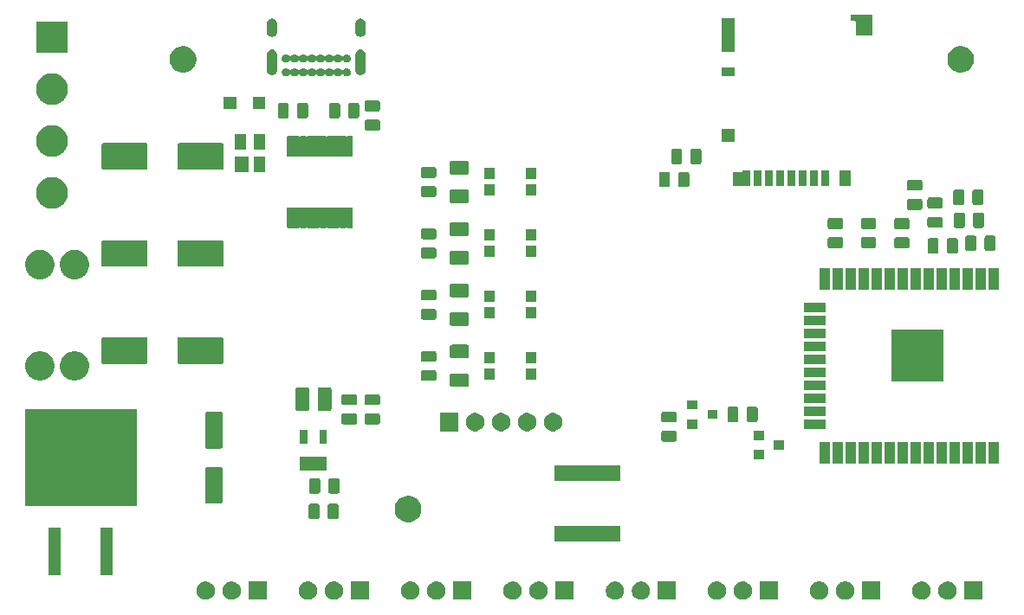
<source format=gts>
G04 #@! TF.GenerationSoftware,KiCad,Pcbnew,5.1.5-1.fc30*
G04 #@! TF.CreationDate,2020-01-13T20:30:00-05:00*
G04 #@! TF.ProjectId,dot,646f742e-6b69-4636-9164-5f7063625858,rev?*
G04 #@! TF.SameCoordinates,Original*
G04 #@! TF.FileFunction,Soldermask,Top*
G04 #@! TF.FilePolarity,Negative*
%FSLAX46Y46*%
G04 Gerber Fmt 4.6, Leading zero omitted, Abs format (unit mm)*
G04 Created by KiCad (PCBNEW 5.1.5-1.fc30) date 2020-01-13 20:30:00*
%MOMM*%
%LPD*%
G04 APERTURE LIST*
%ADD10C,0.100000*%
G04 APERTURE END LIST*
D10*
G36*
X147151000Y-119901000D02*
G01*
X145349000Y-119901000D01*
X145349000Y-118099000D01*
X147151000Y-118099000D01*
X147151000Y-119901000D01*
G37*
G36*
X107191000Y-119901000D02*
G01*
X105389000Y-119901000D01*
X105389000Y-118099000D01*
X107191000Y-118099000D01*
X107191000Y-119901000D01*
G37*
G36*
X141283512Y-118103927D02*
G01*
X141432812Y-118133624D01*
X141596784Y-118201544D01*
X141744354Y-118300147D01*
X141869853Y-118425646D01*
X141968456Y-118573216D01*
X142036376Y-118737188D01*
X142071000Y-118911259D01*
X142071000Y-119088741D01*
X142036376Y-119262812D01*
X141968456Y-119426784D01*
X141869853Y-119574354D01*
X141744354Y-119699853D01*
X141596784Y-119798456D01*
X141432812Y-119866376D01*
X141283512Y-119896073D01*
X141258742Y-119901000D01*
X141081258Y-119901000D01*
X141056488Y-119896073D01*
X140907188Y-119866376D01*
X140743216Y-119798456D01*
X140595646Y-119699853D01*
X140470147Y-119574354D01*
X140371544Y-119426784D01*
X140303624Y-119262812D01*
X140269000Y-119088741D01*
X140269000Y-118911259D01*
X140303624Y-118737188D01*
X140371544Y-118573216D01*
X140470147Y-118425646D01*
X140595646Y-118300147D01*
X140743216Y-118201544D01*
X140907188Y-118133624D01*
X141056488Y-118103927D01*
X141081258Y-118099000D01*
X141258742Y-118099000D01*
X141283512Y-118103927D01*
G37*
G36*
X137151000Y-119901000D02*
G01*
X135349000Y-119901000D01*
X135349000Y-118099000D01*
X137151000Y-118099000D01*
X137151000Y-119901000D01*
G37*
G36*
X133823512Y-118103927D02*
G01*
X133972812Y-118133624D01*
X134136784Y-118201544D01*
X134284354Y-118300147D01*
X134409853Y-118425646D01*
X134508456Y-118573216D01*
X134576376Y-118737188D01*
X134611000Y-118911259D01*
X134611000Y-119088741D01*
X134576376Y-119262812D01*
X134508456Y-119426784D01*
X134409853Y-119574354D01*
X134284354Y-119699853D01*
X134136784Y-119798456D01*
X133972812Y-119866376D01*
X133823512Y-119896073D01*
X133798742Y-119901000D01*
X133621258Y-119901000D01*
X133596488Y-119896073D01*
X133447188Y-119866376D01*
X133283216Y-119798456D01*
X133135646Y-119699853D01*
X133010147Y-119574354D01*
X132911544Y-119426784D01*
X132843624Y-119262812D01*
X132809000Y-119088741D01*
X132809000Y-118911259D01*
X132843624Y-118737188D01*
X132911544Y-118573216D01*
X133010147Y-118425646D01*
X133135646Y-118300147D01*
X133283216Y-118201544D01*
X133447188Y-118133624D01*
X133596488Y-118103927D01*
X133621258Y-118099000D01*
X133798742Y-118099000D01*
X133823512Y-118103927D01*
G37*
G36*
X131283512Y-118103927D02*
G01*
X131432812Y-118133624D01*
X131596784Y-118201544D01*
X131744354Y-118300147D01*
X131869853Y-118425646D01*
X131968456Y-118573216D01*
X132036376Y-118737188D01*
X132071000Y-118911259D01*
X132071000Y-119088741D01*
X132036376Y-119262812D01*
X131968456Y-119426784D01*
X131869853Y-119574354D01*
X131744354Y-119699853D01*
X131596784Y-119798456D01*
X131432812Y-119866376D01*
X131283512Y-119896073D01*
X131258742Y-119901000D01*
X131081258Y-119901000D01*
X131056488Y-119896073D01*
X130907188Y-119866376D01*
X130743216Y-119798456D01*
X130595646Y-119699853D01*
X130470147Y-119574354D01*
X130371544Y-119426784D01*
X130303624Y-119262812D01*
X130269000Y-119088741D01*
X130269000Y-118911259D01*
X130303624Y-118737188D01*
X130371544Y-118573216D01*
X130470147Y-118425646D01*
X130595646Y-118300147D01*
X130743216Y-118201544D01*
X130907188Y-118133624D01*
X131056488Y-118103927D01*
X131081258Y-118099000D01*
X131258742Y-118099000D01*
X131283512Y-118103927D01*
G37*
G36*
X121283512Y-118103927D02*
G01*
X121432812Y-118133624D01*
X121596784Y-118201544D01*
X121744354Y-118300147D01*
X121869853Y-118425646D01*
X121968456Y-118573216D01*
X122036376Y-118737188D01*
X122071000Y-118911259D01*
X122071000Y-119088741D01*
X122036376Y-119262812D01*
X121968456Y-119426784D01*
X121869853Y-119574354D01*
X121744354Y-119699853D01*
X121596784Y-119798456D01*
X121432812Y-119866376D01*
X121283512Y-119896073D01*
X121258742Y-119901000D01*
X121081258Y-119901000D01*
X121056488Y-119896073D01*
X120907188Y-119866376D01*
X120743216Y-119798456D01*
X120595646Y-119699853D01*
X120470147Y-119574354D01*
X120371544Y-119426784D01*
X120303624Y-119262812D01*
X120269000Y-119088741D01*
X120269000Y-118911259D01*
X120303624Y-118737188D01*
X120371544Y-118573216D01*
X120470147Y-118425646D01*
X120595646Y-118300147D01*
X120743216Y-118201544D01*
X120907188Y-118133624D01*
X121056488Y-118103927D01*
X121081258Y-118099000D01*
X121258742Y-118099000D01*
X121283512Y-118103927D01*
G37*
G36*
X123823512Y-118103927D02*
G01*
X123972812Y-118133624D01*
X124136784Y-118201544D01*
X124284354Y-118300147D01*
X124409853Y-118425646D01*
X124508456Y-118573216D01*
X124576376Y-118737188D01*
X124611000Y-118911259D01*
X124611000Y-119088741D01*
X124576376Y-119262812D01*
X124508456Y-119426784D01*
X124409853Y-119574354D01*
X124284354Y-119699853D01*
X124136784Y-119798456D01*
X123972812Y-119866376D01*
X123823512Y-119896073D01*
X123798742Y-119901000D01*
X123621258Y-119901000D01*
X123596488Y-119896073D01*
X123447188Y-119866376D01*
X123283216Y-119798456D01*
X123135646Y-119699853D01*
X123010147Y-119574354D01*
X122911544Y-119426784D01*
X122843624Y-119262812D01*
X122809000Y-119088741D01*
X122809000Y-118911259D01*
X122843624Y-118737188D01*
X122911544Y-118573216D01*
X123010147Y-118425646D01*
X123135646Y-118300147D01*
X123283216Y-118201544D01*
X123447188Y-118133624D01*
X123596488Y-118103927D01*
X123621258Y-118099000D01*
X123798742Y-118099000D01*
X123823512Y-118103927D01*
G37*
G36*
X127151000Y-119901000D02*
G01*
X125349000Y-119901000D01*
X125349000Y-118099000D01*
X127151000Y-118099000D01*
X127151000Y-119901000D01*
G37*
G36*
X117191000Y-119901000D02*
G01*
X115389000Y-119901000D01*
X115389000Y-118099000D01*
X117191000Y-118099000D01*
X117191000Y-119901000D01*
G37*
G36*
X113863512Y-118103927D02*
G01*
X114012812Y-118133624D01*
X114176784Y-118201544D01*
X114324354Y-118300147D01*
X114449853Y-118425646D01*
X114548456Y-118573216D01*
X114616376Y-118737188D01*
X114651000Y-118911259D01*
X114651000Y-119088741D01*
X114616376Y-119262812D01*
X114548456Y-119426784D01*
X114449853Y-119574354D01*
X114324354Y-119699853D01*
X114176784Y-119798456D01*
X114012812Y-119866376D01*
X113863512Y-119896073D01*
X113838742Y-119901000D01*
X113661258Y-119901000D01*
X113636488Y-119896073D01*
X113487188Y-119866376D01*
X113323216Y-119798456D01*
X113175646Y-119699853D01*
X113050147Y-119574354D01*
X112951544Y-119426784D01*
X112883624Y-119262812D01*
X112849000Y-119088741D01*
X112849000Y-118911259D01*
X112883624Y-118737188D01*
X112951544Y-118573216D01*
X113050147Y-118425646D01*
X113175646Y-118300147D01*
X113323216Y-118201544D01*
X113487188Y-118133624D01*
X113636488Y-118103927D01*
X113661258Y-118099000D01*
X113838742Y-118099000D01*
X113863512Y-118103927D01*
G37*
G36*
X111323512Y-118103927D02*
G01*
X111472812Y-118133624D01*
X111636784Y-118201544D01*
X111784354Y-118300147D01*
X111909853Y-118425646D01*
X112008456Y-118573216D01*
X112076376Y-118737188D01*
X112111000Y-118911259D01*
X112111000Y-119088741D01*
X112076376Y-119262812D01*
X112008456Y-119426784D01*
X111909853Y-119574354D01*
X111784354Y-119699853D01*
X111636784Y-119798456D01*
X111472812Y-119866376D01*
X111323512Y-119896073D01*
X111298742Y-119901000D01*
X111121258Y-119901000D01*
X111096488Y-119896073D01*
X110947188Y-119866376D01*
X110783216Y-119798456D01*
X110635646Y-119699853D01*
X110510147Y-119574354D01*
X110411544Y-119426784D01*
X110343624Y-119262812D01*
X110309000Y-119088741D01*
X110309000Y-118911259D01*
X110343624Y-118737188D01*
X110411544Y-118573216D01*
X110510147Y-118425646D01*
X110635646Y-118300147D01*
X110783216Y-118201544D01*
X110947188Y-118133624D01*
X111096488Y-118103927D01*
X111121258Y-118099000D01*
X111298742Y-118099000D01*
X111323512Y-118103927D01*
G37*
G36*
X143823512Y-118103927D02*
G01*
X143972812Y-118133624D01*
X144136784Y-118201544D01*
X144284354Y-118300147D01*
X144409853Y-118425646D01*
X144508456Y-118573216D01*
X144576376Y-118737188D01*
X144611000Y-118911259D01*
X144611000Y-119088741D01*
X144576376Y-119262812D01*
X144508456Y-119426784D01*
X144409853Y-119574354D01*
X144284354Y-119699853D01*
X144136784Y-119798456D01*
X143972812Y-119866376D01*
X143823512Y-119896073D01*
X143798742Y-119901000D01*
X143621258Y-119901000D01*
X143596488Y-119896073D01*
X143447188Y-119866376D01*
X143283216Y-119798456D01*
X143135646Y-119699853D01*
X143010147Y-119574354D01*
X142911544Y-119426784D01*
X142843624Y-119262812D01*
X142809000Y-119088741D01*
X142809000Y-118911259D01*
X142843624Y-118737188D01*
X142911544Y-118573216D01*
X143010147Y-118425646D01*
X143135646Y-118300147D01*
X143283216Y-118201544D01*
X143447188Y-118133624D01*
X143596488Y-118103927D01*
X143621258Y-118099000D01*
X143798742Y-118099000D01*
X143823512Y-118103927D01*
G37*
G36*
X101323512Y-118103927D02*
G01*
X101472812Y-118133624D01*
X101636784Y-118201544D01*
X101784354Y-118300147D01*
X101909853Y-118425646D01*
X102008456Y-118573216D01*
X102076376Y-118737188D01*
X102111000Y-118911259D01*
X102111000Y-119088741D01*
X102076376Y-119262812D01*
X102008456Y-119426784D01*
X101909853Y-119574354D01*
X101784354Y-119699853D01*
X101636784Y-119798456D01*
X101472812Y-119866376D01*
X101323512Y-119896073D01*
X101298742Y-119901000D01*
X101121258Y-119901000D01*
X101096488Y-119896073D01*
X100947188Y-119866376D01*
X100783216Y-119798456D01*
X100635646Y-119699853D01*
X100510147Y-119574354D01*
X100411544Y-119426784D01*
X100343624Y-119262812D01*
X100309000Y-119088741D01*
X100309000Y-118911259D01*
X100343624Y-118737188D01*
X100411544Y-118573216D01*
X100510147Y-118425646D01*
X100635646Y-118300147D01*
X100783216Y-118201544D01*
X100947188Y-118133624D01*
X101096488Y-118103927D01*
X101121258Y-118099000D01*
X101298742Y-118099000D01*
X101323512Y-118103927D01*
G37*
G36*
X103863512Y-118103927D02*
G01*
X104012812Y-118133624D01*
X104176784Y-118201544D01*
X104324354Y-118300147D01*
X104449853Y-118425646D01*
X104548456Y-118573216D01*
X104616376Y-118737188D01*
X104651000Y-118911259D01*
X104651000Y-119088741D01*
X104616376Y-119262812D01*
X104548456Y-119426784D01*
X104449853Y-119574354D01*
X104324354Y-119699853D01*
X104176784Y-119798456D01*
X104012812Y-119866376D01*
X103863512Y-119896073D01*
X103838742Y-119901000D01*
X103661258Y-119901000D01*
X103636488Y-119896073D01*
X103487188Y-119866376D01*
X103323216Y-119798456D01*
X103175646Y-119699853D01*
X103050147Y-119574354D01*
X102951544Y-119426784D01*
X102883624Y-119262812D01*
X102849000Y-119088741D01*
X102849000Y-118911259D01*
X102883624Y-118737188D01*
X102951544Y-118573216D01*
X103050147Y-118425646D01*
X103175646Y-118300147D01*
X103323216Y-118201544D01*
X103487188Y-118133624D01*
X103636488Y-118103927D01*
X103661258Y-118099000D01*
X103838742Y-118099000D01*
X103863512Y-118103927D01*
G37*
G36*
X77191000Y-119901000D02*
G01*
X75389000Y-119901000D01*
X75389000Y-118099000D01*
X77191000Y-118099000D01*
X77191000Y-119901000D01*
G37*
G36*
X73863512Y-118103927D02*
G01*
X74012812Y-118133624D01*
X74176784Y-118201544D01*
X74324354Y-118300147D01*
X74449853Y-118425646D01*
X74548456Y-118573216D01*
X74616376Y-118737188D01*
X74651000Y-118911259D01*
X74651000Y-119088741D01*
X74616376Y-119262812D01*
X74548456Y-119426784D01*
X74449853Y-119574354D01*
X74324354Y-119699853D01*
X74176784Y-119798456D01*
X74012812Y-119866376D01*
X73863512Y-119896073D01*
X73838742Y-119901000D01*
X73661258Y-119901000D01*
X73636488Y-119896073D01*
X73487188Y-119866376D01*
X73323216Y-119798456D01*
X73175646Y-119699853D01*
X73050147Y-119574354D01*
X72951544Y-119426784D01*
X72883624Y-119262812D01*
X72849000Y-119088741D01*
X72849000Y-118911259D01*
X72883624Y-118737188D01*
X72951544Y-118573216D01*
X73050147Y-118425646D01*
X73175646Y-118300147D01*
X73323216Y-118201544D01*
X73487188Y-118133624D01*
X73636488Y-118103927D01*
X73661258Y-118099000D01*
X73838742Y-118099000D01*
X73863512Y-118103927D01*
G37*
G36*
X71323512Y-118103927D02*
G01*
X71472812Y-118133624D01*
X71636784Y-118201544D01*
X71784354Y-118300147D01*
X71909853Y-118425646D01*
X72008456Y-118573216D01*
X72076376Y-118737188D01*
X72111000Y-118911259D01*
X72111000Y-119088741D01*
X72076376Y-119262812D01*
X72008456Y-119426784D01*
X71909853Y-119574354D01*
X71784354Y-119699853D01*
X71636784Y-119798456D01*
X71472812Y-119866376D01*
X71323512Y-119896073D01*
X71298742Y-119901000D01*
X71121258Y-119901000D01*
X71096488Y-119896073D01*
X70947188Y-119866376D01*
X70783216Y-119798456D01*
X70635646Y-119699853D01*
X70510147Y-119574354D01*
X70411544Y-119426784D01*
X70343624Y-119262812D01*
X70309000Y-119088741D01*
X70309000Y-118911259D01*
X70343624Y-118737188D01*
X70411544Y-118573216D01*
X70510147Y-118425646D01*
X70635646Y-118300147D01*
X70783216Y-118201544D01*
X70947188Y-118133624D01*
X71096488Y-118103927D01*
X71121258Y-118099000D01*
X71298742Y-118099000D01*
X71323512Y-118103927D01*
G37*
G36*
X81323512Y-118103927D02*
G01*
X81472812Y-118133624D01*
X81636784Y-118201544D01*
X81784354Y-118300147D01*
X81909853Y-118425646D01*
X82008456Y-118573216D01*
X82076376Y-118737188D01*
X82111000Y-118911259D01*
X82111000Y-119088741D01*
X82076376Y-119262812D01*
X82008456Y-119426784D01*
X81909853Y-119574354D01*
X81784354Y-119699853D01*
X81636784Y-119798456D01*
X81472812Y-119866376D01*
X81323512Y-119896073D01*
X81298742Y-119901000D01*
X81121258Y-119901000D01*
X81096488Y-119896073D01*
X80947188Y-119866376D01*
X80783216Y-119798456D01*
X80635646Y-119699853D01*
X80510147Y-119574354D01*
X80411544Y-119426784D01*
X80343624Y-119262812D01*
X80309000Y-119088741D01*
X80309000Y-118911259D01*
X80343624Y-118737188D01*
X80411544Y-118573216D01*
X80510147Y-118425646D01*
X80635646Y-118300147D01*
X80783216Y-118201544D01*
X80947188Y-118133624D01*
X81096488Y-118103927D01*
X81121258Y-118099000D01*
X81298742Y-118099000D01*
X81323512Y-118103927D01*
G37*
G36*
X87191000Y-119901000D02*
G01*
X85389000Y-119901000D01*
X85389000Y-118099000D01*
X87191000Y-118099000D01*
X87191000Y-119901000D01*
G37*
G36*
X97191000Y-119901000D02*
G01*
X95389000Y-119901000D01*
X95389000Y-118099000D01*
X97191000Y-118099000D01*
X97191000Y-119901000D01*
G37*
G36*
X93863512Y-118103927D02*
G01*
X94012812Y-118133624D01*
X94176784Y-118201544D01*
X94324354Y-118300147D01*
X94449853Y-118425646D01*
X94548456Y-118573216D01*
X94616376Y-118737188D01*
X94651000Y-118911259D01*
X94651000Y-119088741D01*
X94616376Y-119262812D01*
X94548456Y-119426784D01*
X94449853Y-119574354D01*
X94324354Y-119699853D01*
X94176784Y-119798456D01*
X94012812Y-119866376D01*
X93863512Y-119896073D01*
X93838742Y-119901000D01*
X93661258Y-119901000D01*
X93636488Y-119896073D01*
X93487188Y-119866376D01*
X93323216Y-119798456D01*
X93175646Y-119699853D01*
X93050147Y-119574354D01*
X92951544Y-119426784D01*
X92883624Y-119262812D01*
X92849000Y-119088741D01*
X92849000Y-118911259D01*
X92883624Y-118737188D01*
X92951544Y-118573216D01*
X93050147Y-118425646D01*
X93175646Y-118300147D01*
X93323216Y-118201544D01*
X93487188Y-118133624D01*
X93636488Y-118103927D01*
X93661258Y-118099000D01*
X93838742Y-118099000D01*
X93863512Y-118103927D01*
G37*
G36*
X91323512Y-118103927D02*
G01*
X91472812Y-118133624D01*
X91636784Y-118201544D01*
X91784354Y-118300147D01*
X91909853Y-118425646D01*
X92008456Y-118573216D01*
X92076376Y-118737188D01*
X92111000Y-118911259D01*
X92111000Y-119088741D01*
X92076376Y-119262812D01*
X92008456Y-119426784D01*
X91909853Y-119574354D01*
X91784354Y-119699853D01*
X91636784Y-119798456D01*
X91472812Y-119866376D01*
X91323512Y-119896073D01*
X91298742Y-119901000D01*
X91121258Y-119901000D01*
X91096488Y-119896073D01*
X90947188Y-119866376D01*
X90783216Y-119798456D01*
X90635646Y-119699853D01*
X90510147Y-119574354D01*
X90411544Y-119426784D01*
X90343624Y-119262812D01*
X90309000Y-119088741D01*
X90309000Y-118911259D01*
X90343624Y-118737188D01*
X90411544Y-118573216D01*
X90510147Y-118425646D01*
X90635646Y-118300147D01*
X90783216Y-118201544D01*
X90947188Y-118133624D01*
X91096488Y-118103927D01*
X91121258Y-118099000D01*
X91298742Y-118099000D01*
X91323512Y-118103927D01*
G37*
G36*
X83863512Y-118103927D02*
G01*
X84012812Y-118133624D01*
X84176784Y-118201544D01*
X84324354Y-118300147D01*
X84449853Y-118425646D01*
X84548456Y-118573216D01*
X84616376Y-118737188D01*
X84651000Y-118911259D01*
X84651000Y-119088741D01*
X84616376Y-119262812D01*
X84548456Y-119426784D01*
X84449853Y-119574354D01*
X84324354Y-119699853D01*
X84176784Y-119798456D01*
X84012812Y-119866376D01*
X83863512Y-119896073D01*
X83838742Y-119901000D01*
X83661258Y-119901000D01*
X83636488Y-119896073D01*
X83487188Y-119866376D01*
X83323216Y-119798456D01*
X83175646Y-119699853D01*
X83050147Y-119574354D01*
X82951544Y-119426784D01*
X82883624Y-119262812D01*
X82849000Y-119088741D01*
X82849000Y-118911259D01*
X82883624Y-118737188D01*
X82951544Y-118573216D01*
X83050147Y-118425646D01*
X83175646Y-118300147D01*
X83323216Y-118201544D01*
X83487188Y-118133624D01*
X83636488Y-118103927D01*
X83661258Y-118099000D01*
X83838742Y-118099000D01*
X83863512Y-118103927D01*
G37*
G36*
X62141000Y-117501000D02*
G01*
X60939000Y-117501000D01*
X60939000Y-112799000D01*
X62141000Y-112799000D01*
X62141000Y-117501000D01*
G37*
G36*
X57061000Y-117501000D02*
G01*
X55859000Y-117501000D01*
X55859000Y-112799000D01*
X57061000Y-112799000D01*
X57061000Y-117501000D01*
G37*
G36*
X111726000Y-114176000D02*
G01*
X105324000Y-114176000D01*
X105324000Y-112624000D01*
X111726000Y-112624000D01*
X111726000Y-114176000D01*
G37*
G36*
X91379487Y-109748996D02*
G01*
X91616253Y-109847068D01*
X91616255Y-109847069D01*
X91829339Y-109989447D01*
X92010553Y-110170661D01*
X92152932Y-110383747D01*
X92251004Y-110620513D01*
X92301000Y-110871861D01*
X92301000Y-111128139D01*
X92251004Y-111379487D01*
X92152932Y-111616253D01*
X92152931Y-111616255D01*
X92010553Y-111829339D01*
X91829339Y-112010553D01*
X91616255Y-112152931D01*
X91616254Y-112152932D01*
X91616253Y-112152932D01*
X91379487Y-112251004D01*
X91128139Y-112301000D01*
X90871861Y-112301000D01*
X90620513Y-112251004D01*
X90383747Y-112152932D01*
X90383746Y-112152932D01*
X90383745Y-112152931D01*
X90170661Y-112010553D01*
X89989447Y-111829339D01*
X89847069Y-111616255D01*
X89847068Y-111616253D01*
X89748996Y-111379487D01*
X89699000Y-111128139D01*
X89699000Y-110871861D01*
X89748996Y-110620513D01*
X89847068Y-110383747D01*
X89989447Y-110170661D01*
X90170661Y-109989447D01*
X90383745Y-109847069D01*
X90383747Y-109847068D01*
X90620513Y-109748996D01*
X90871861Y-109699000D01*
X91128139Y-109699000D01*
X91379487Y-109748996D01*
G37*
G36*
X82184468Y-110503565D02*
G01*
X82223138Y-110515296D01*
X82258777Y-110534346D01*
X82290017Y-110559983D01*
X82315654Y-110591223D01*
X82334704Y-110626862D01*
X82346435Y-110665532D01*
X82351000Y-110711888D01*
X82351000Y-111788112D01*
X82346435Y-111834468D01*
X82334704Y-111873138D01*
X82315654Y-111908777D01*
X82290017Y-111940017D01*
X82258777Y-111965654D01*
X82223138Y-111984704D01*
X82184468Y-111996435D01*
X82138112Y-112001000D01*
X81486888Y-112001000D01*
X81440532Y-111996435D01*
X81401862Y-111984704D01*
X81366223Y-111965654D01*
X81334983Y-111940017D01*
X81309346Y-111908777D01*
X81290296Y-111873138D01*
X81278565Y-111834468D01*
X81274000Y-111788112D01*
X81274000Y-110711888D01*
X81278565Y-110665532D01*
X81290296Y-110626862D01*
X81309346Y-110591223D01*
X81334983Y-110559983D01*
X81366223Y-110534346D01*
X81401862Y-110515296D01*
X81440532Y-110503565D01*
X81486888Y-110499000D01*
X82138112Y-110499000D01*
X82184468Y-110503565D01*
G37*
G36*
X84059468Y-110503565D02*
G01*
X84098138Y-110515296D01*
X84133777Y-110534346D01*
X84165017Y-110559983D01*
X84190654Y-110591223D01*
X84209704Y-110626862D01*
X84221435Y-110665532D01*
X84226000Y-110711888D01*
X84226000Y-111788112D01*
X84221435Y-111834468D01*
X84209704Y-111873138D01*
X84190654Y-111908777D01*
X84165017Y-111940017D01*
X84133777Y-111965654D01*
X84098138Y-111984704D01*
X84059468Y-111996435D01*
X84013112Y-112001000D01*
X83361888Y-112001000D01*
X83315532Y-111996435D01*
X83276862Y-111984704D01*
X83241223Y-111965654D01*
X83209983Y-111940017D01*
X83184346Y-111908777D01*
X83165296Y-111873138D01*
X83153565Y-111834468D01*
X83149000Y-111788112D01*
X83149000Y-110711888D01*
X83153565Y-110665532D01*
X83165296Y-110626862D01*
X83184346Y-110591223D01*
X83209983Y-110559983D01*
X83241223Y-110534346D01*
X83276862Y-110515296D01*
X83315532Y-110503565D01*
X83361888Y-110499000D01*
X84013112Y-110499000D01*
X84059468Y-110503565D01*
G37*
G36*
X64451000Y-110751000D02*
G01*
X53549000Y-110751000D01*
X53549000Y-101249000D01*
X64451000Y-101249000D01*
X64451000Y-110751000D01*
G37*
G36*
X72705997Y-106903051D02*
G01*
X72739652Y-106913261D01*
X72770665Y-106929838D01*
X72797851Y-106952149D01*
X72820162Y-106979335D01*
X72836739Y-107010348D01*
X72846949Y-107044003D01*
X72851000Y-107085138D01*
X72851000Y-110314862D01*
X72846949Y-110355997D01*
X72836739Y-110389652D01*
X72820162Y-110420665D01*
X72797851Y-110447851D01*
X72770665Y-110470162D01*
X72739652Y-110486739D01*
X72705997Y-110496949D01*
X72664862Y-110501000D01*
X71335138Y-110501000D01*
X71294003Y-110496949D01*
X71260348Y-110486739D01*
X71229335Y-110470162D01*
X71202149Y-110447851D01*
X71179838Y-110420665D01*
X71163261Y-110389652D01*
X71153051Y-110355997D01*
X71149000Y-110314862D01*
X71149000Y-107085138D01*
X71153051Y-107044003D01*
X71163261Y-107010348D01*
X71179838Y-106979335D01*
X71202149Y-106952149D01*
X71229335Y-106929838D01*
X71260348Y-106913261D01*
X71294003Y-106903051D01*
X71335138Y-106899000D01*
X72664862Y-106899000D01*
X72705997Y-106903051D01*
G37*
G36*
X82246968Y-108003565D02*
G01*
X82285638Y-108015296D01*
X82321277Y-108034346D01*
X82352517Y-108059983D01*
X82378154Y-108091223D01*
X82397204Y-108126862D01*
X82408935Y-108165532D01*
X82413500Y-108211888D01*
X82413500Y-109288112D01*
X82408935Y-109334468D01*
X82397204Y-109373138D01*
X82378154Y-109408777D01*
X82352517Y-109440017D01*
X82321277Y-109465654D01*
X82285638Y-109484704D01*
X82246968Y-109496435D01*
X82200612Y-109501000D01*
X81549388Y-109501000D01*
X81503032Y-109496435D01*
X81464362Y-109484704D01*
X81428723Y-109465654D01*
X81397483Y-109440017D01*
X81371846Y-109408777D01*
X81352796Y-109373138D01*
X81341065Y-109334468D01*
X81336500Y-109288112D01*
X81336500Y-108211888D01*
X81341065Y-108165532D01*
X81352796Y-108126862D01*
X81371846Y-108091223D01*
X81397483Y-108059983D01*
X81428723Y-108034346D01*
X81464362Y-108015296D01*
X81503032Y-108003565D01*
X81549388Y-107999000D01*
X82200612Y-107999000D01*
X82246968Y-108003565D01*
G37*
G36*
X84121968Y-108003565D02*
G01*
X84160638Y-108015296D01*
X84196277Y-108034346D01*
X84227517Y-108059983D01*
X84253154Y-108091223D01*
X84272204Y-108126862D01*
X84283935Y-108165532D01*
X84288500Y-108211888D01*
X84288500Y-109288112D01*
X84283935Y-109334468D01*
X84272204Y-109373138D01*
X84253154Y-109408777D01*
X84227517Y-109440017D01*
X84196277Y-109465654D01*
X84160638Y-109484704D01*
X84121968Y-109496435D01*
X84075612Y-109501000D01*
X83424388Y-109501000D01*
X83378032Y-109496435D01*
X83339362Y-109484704D01*
X83303723Y-109465654D01*
X83272483Y-109440017D01*
X83246846Y-109408777D01*
X83227796Y-109373138D01*
X83216065Y-109334468D01*
X83211500Y-109288112D01*
X83211500Y-108211888D01*
X83216065Y-108165532D01*
X83227796Y-108126862D01*
X83246846Y-108091223D01*
X83272483Y-108059983D01*
X83303723Y-108034346D01*
X83339362Y-108015296D01*
X83378032Y-108003565D01*
X83424388Y-107999000D01*
X84075612Y-107999000D01*
X84121968Y-108003565D01*
G37*
G36*
X111726000Y-108276000D02*
G01*
X105324000Y-108276000D01*
X105324000Y-106724000D01*
X111726000Y-106724000D01*
X111726000Y-108276000D01*
G37*
G36*
X83076000Y-107221000D02*
G01*
X80424000Y-107221000D01*
X80424000Y-105899000D01*
X83076000Y-105899000D01*
X83076000Y-107221000D01*
G37*
G36*
X134786000Y-106551000D02*
G01*
X133784000Y-106551000D01*
X133784000Y-104449000D01*
X134786000Y-104449000D01*
X134786000Y-106551000D01*
G37*
G36*
X136056000Y-106551000D02*
G01*
X135054000Y-106551000D01*
X135054000Y-104449000D01*
X136056000Y-104449000D01*
X136056000Y-106551000D01*
G37*
G36*
X137326000Y-106551000D02*
G01*
X136324000Y-106551000D01*
X136324000Y-104449000D01*
X137326000Y-104449000D01*
X137326000Y-106551000D01*
G37*
G36*
X138596000Y-106551000D02*
G01*
X137594000Y-106551000D01*
X137594000Y-104449000D01*
X138596000Y-104449000D01*
X138596000Y-106551000D01*
G37*
G36*
X139866000Y-106551000D02*
G01*
X138864000Y-106551000D01*
X138864000Y-104449000D01*
X139866000Y-104449000D01*
X139866000Y-106551000D01*
G37*
G36*
X141136000Y-106551000D02*
G01*
X140134000Y-106551000D01*
X140134000Y-104449000D01*
X141136000Y-104449000D01*
X141136000Y-106551000D01*
G37*
G36*
X142406000Y-106551000D02*
G01*
X141404000Y-106551000D01*
X141404000Y-104449000D01*
X142406000Y-104449000D01*
X142406000Y-106551000D01*
G37*
G36*
X144946000Y-106551000D02*
G01*
X143944000Y-106551000D01*
X143944000Y-104449000D01*
X144946000Y-104449000D01*
X144946000Y-106551000D01*
G37*
G36*
X146216000Y-106551000D02*
G01*
X145214000Y-106551000D01*
X145214000Y-104449000D01*
X146216000Y-104449000D01*
X146216000Y-106551000D01*
G37*
G36*
X147486000Y-106551000D02*
G01*
X146484000Y-106551000D01*
X146484000Y-104449000D01*
X147486000Y-104449000D01*
X147486000Y-106551000D01*
G37*
G36*
X148756000Y-106551000D02*
G01*
X147754000Y-106551000D01*
X147754000Y-104449000D01*
X148756000Y-104449000D01*
X148756000Y-106551000D01*
G37*
G36*
X132246000Y-106551000D02*
G01*
X131244000Y-106551000D01*
X131244000Y-104449000D01*
X132246000Y-104449000D01*
X132246000Y-106551000D01*
G37*
G36*
X143676000Y-106551000D02*
G01*
X142674000Y-106551000D01*
X142674000Y-104449000D01*
X143676000Y-104449000D01*
X143676000Y-106551000D01*
G37*
G36*
X133516000Y-106551000D02*
G01*
X132514000Y-106551000D01*
X132514000Y-104449000D01*
X133516000Y-104449000D01*
X133516000Y-106551000D01*
G37*
G36*
X125751000Y-106151000D02*
G01*
X124749000Y-106151000D01*
X124749000Y-105249000D01*
X125751000Y-105249000D01*
X125751000Y-106151000D01*
G37*
G36*
X127751000Y-105201000D02*
G01*
X126749000Y-105201000D01*
X126749000Y-104299000D01*
X127751000Y-104299000D01*
X127751000Y-105201000D01*
G37*
G36*
X72705997Y-101503051D02*
G01*
X72739652Y-101513261D01*
X72770665Y-101529838D01*
X72797851Y-101552149D01*
X72820162Y-101579335D01*
X72836739Y-101610348D01*
X72846949Y-101644003D01*
X72851000Y-101685138D01*
X72851000Y-104914862D01*
X72846949Y-104955997D01*
X72836739Y-104989652D01*
X72820162Y-105020665D01*
X72797851Y-105047851D01*
X72770665Y-105070162D01*
X72739652Y-105086739D01*
X72705997Y-105096949D01*
X72664862Y-105101000D01*
X71335138Y-105101000D01*
X71294003Y-105096949D01*
X71260348Y-105086739D01*
X71229335Y-105070162D01*
X71202149Y-105047851D01*
X71179838Y-105020665D01*
X71163261Y-104989652D01*
X71153051Y-104955997D01*
X71149000Y-104914862D01*
X71149000Y-101685138D01*
X71153051Y-101644003D01*
X71163261Y-101610348D01*
X71179838Y-101579335D01*
X71202149Y-101552149D01*
X71229335Y-101529838D01*
X71260348Y-101513261D01*
X71294003Y-101503051D01*
X71335138Y-101499000D01*
X72664862Y-101499000D01*
X72705997Y-101503051D01*
G37*
G36*
X83076000Y-104601000D02*
G01*
X82324000Y-104601000D01*
X82324000Y-103279000D01*
X83076000Y-103279000D01*
X83076000Y-104601000D01*
G37*
G36*
X81176000Y-104601000D02*
G01*
X80424000Y-104601000D01*
X80424000Y-103279000D01*
X81176000Y-103279000D01*
X81176000Y-104601000D01*
G37*
G36*
X117084468Y-103341065D02*
G01*
X117123138Y-103352796D01*
X117158777Y-103371846D01*
X117190017Y-103397483D01*
X117215654Y-103428723D01*
X117234704Y-103464362D01*
X117246435Y-103503032D01*
X117251000Y-103549388D01*
X117251000Y-104200612D01*
X117246435Y-104246968D01*
X117234704Y-104285638D01*
X117215654Y-104321277D01*
X117190017Y-104352517D01*
X117158777Y-104378154D01*
X117123138Y-104397204D01*
X117084468Y-104408935D01*
X117038112Y-104413500D01*
X115961888Y-104413500D01*
X115915532Y-104408935D01*
X115876862Y-104397204D01*
X115841223Y-104378154D01*
X115809983Y-104352517D01*
X115784346Y-104321277D01*
X115765296Y-104285638D01*
X115753565Y-104246968D01*
X115749000Y-104200612D01*
X115749000Y-103549388D01*
X115753565Y-103503032D01*
X115765296Y-103464362D01*
X115784346Y-103428723D01*
X115809983Y-103397483D01*
X115841223Y-103371846D01*
X115876862Y-103352796D01*
X115915532Y-103341065D01*
X115961888Y-103336500D01*
X117038112Y-103336500D01*
X117084468Y-103341065D01*
G37*
G36*
X125751000Y-104251000D02*
G01*
X124749000Y-104251000D01*
X124749000Y-103349000D01*
X125751000Y-103349000D01*
X125751000Y-104251000D01*
G37*
G36*
X97653512Y-101603927D02*
G01*
X97802812Y-101633624D01*
X97966784Y-101701544D01*
X98114354Y-101800147D01*
X98239853Y-101925646D01*
X98338456Y-102073216D01*
X98406376Y-102237188D01*
X98425789Y-102334788D01*
X98440877Y-102410638D01*
X98441000Y-102411259D01*
X98441000Y-102588741D01*
X98406376Y-102762812D01*
X98338456Y-102926784D01*
X98239853Y-103074354D01*
X98114354Y-103199853D01*
X97966784Y-103298456D01*
X97802812Y-103366376D01*
X97653512Y-103396073D01*
X97628742Y-103401000D01*
X97451258Y-103401000D01*
X97426488Y-103396073D01*
X97277188Y-103366376D01*
X97113216Y-103298456D01*
X96965646Y-103199853D01*
X96840147Y-103074354D01*
X96741544Y-102926784D01*
X96673624Y-102762812D01*
X96639000Y-102588741D01*
X96639000Y-102411259D01*
X96639124Y-102410638D01*
X96654211Y-102334788D01*
X96673624Y-102237188D01*
X96741544Y-102073216D01*
X96840147Y-101925646D01*
X96965646Y-101800147D01*
X97113216Y-101701544D01*
X97277188Y-101633624D01*
X97426488Y-101603927D01*
X97451258Y-101599000D01*
X97628742Y-101599000D01*
X97653512Y-101603927D01*
G37*
G36*
X95901000Y-103401000D02*
G01*
X94099000Y-103401000D01*
X94099000Y-101599000D01*
X95901000Y-101599000D01*
X95901000Y-103401000D01*
G37*
G36*
X100193512Y-101603927D02*
G01*
X100342812Y-101633624D01*
X100506784Y-101701544D01*
X100654354Y-101800147D01*
X100779853Y-101925646D01*
X100878456Y-102073216D01*
X100946376Y-102237188D01*
X100965789Y-102334788D01*
X100980877Y-102410638D01*
X100981000Y-102411259D01*
X100981000Y-102588741D01*
X100946376Y-102762812D01*
X100878456Y-102926784D01*
X100779853Y-103074354D01*
X100654354Y-103199853D01*
X100506784Y-103298456D01*
X100342812Y-103366376D01*
X100193512Y-103396073D01*
X100168742Y-103401000D01*
X99991258Y-103401000D01*
X99966488Y-103396073D01*
X99817188Y-103366376D01*
X99653216Y-103298456D01*
X99505646Y-103199853D01*
X99380147Y-103074354D01*
X99281544Y-102926784D01*
X99213624Y-102762812D01*
X99179000Y-102588741D01*
X99179000Y-102411259D01*
X99179124Y-102410638D01*
X99194211Y-102334788D01*
X99213624Y-102237188D01*
X99281544Y-102073216D01*
X99380147Y-101925646D01*
X99505646Y-101800147D01*
X99653216Y-101701544D01*
X99817188Y-101633624D01*
X99966488Y-101603927D01*
X99991258Y-101599000D01*
X100168742Y-101599000D01*
X100193512Y-101603927D01*
G37*
G36*
X102733512Y-101603927D02*
G01*
X102882812Y-101633624D01*
X103046784Y-101701544D01*
X103194354Y-101800147D01*
X103319853Y-101925646D01*
X103418456Y-102073216D01*
X103486376Y-102237188D01*
X103505789Y-102334788D01*
X103520877Y-102410638D01*
X103521000Y-102411259D01*
X103521000Y-102588741D01*
X103486376Y-102762812D01*
X103418456Y-102926784D01*
X103319853Y-103074354D01*
X103194354Y-103199853D01*
X103046784Y-103298456D01*
X102882812Y-103366376D01*
X102733512Y-103396073D01*
X102708742Y-103401000D01*
X102531258Y-103401000D01*
X102506488Y-103396073D01*
X102357188Y-103366376D01*
X102193216Y-103298456D01*
X102045646Y-103199853D01*
X101920147Y-103074354D01*
X101821544Y-102926784D01*
X101753624Y-102762812D01*
X101719000Y-102588741D01*
X101719000Y-102411259D01*
X101719124Y-102410638D01*
X101734211Y-102334788D01*
X101753624Y-102237188D01*
X101821544Y-102073216D01*
X101920147Y-101925646D01*
X102045646Y-101800147D01*
X102193216Y-101701544D01*
X102357188Y-101633624D01*
X102506488Y-101603927D01*
X102531258Y-101599000D01*
X102708742Y-101599000D01*
X102733512Y-101603927D01*
G37*
G36*
X105273512Y-101603927D02*
G01*
X105422812Y-101633624D01*
X105586784Y-101701544D01*
X105734354Y-101800147D01*
X105859853Y-101925646D01*
X105958456Y-102073216D01*
X106026376Y-102237188D01*
X106045789Y-102334788D01*
X106060877Y-102410638D01*
X106061000Y-102411259D01*
X106061000Y-102588741D01*
X106026376Y-102762812D01*
X105958456Y-102926784D01*
X105859853Y-103074354D01*
X105734354Y-103199853D01*
X105586784Y-103298456D01*
X105422812Y-103366376D01*
X105273512Y-103396073D01*
X105248742Y-103401000D01*
X105071258Y-103401000D01*
X105046488Y-103396073D01*
X104897188Y-103366376D01*
X104733216Y-103298456D01*
X104585646Y-103199853D01*
X104460147Y-103074354D01*
X104361544Y-102926784D01*
X104293624Y-102762812D01*
X104259000Y-102588741D01*
X104259000Y-102411259D01*
X104259124Y-102410638D01*
X104274211Y-102334788D01*
X104293624Y-102237188D01*
X104361544Y-102073216D01*
X104460147Y-101925646D01*
X104585646Y-101800147D01*
X104733216Y-101701544D01*
X104897188Y-101633624D01*
X105046488Y-101603927D01*
X105071258Y-101599000D01*
X105248742Y-101599000D01*
X105273512Y-101603927D01*
G37*
G36*
X131796000Y-103216000D02*
G01*
X129694000Y-103216000D01*
X129694000Y-102214000D01*
X131796000Y-102214000D01*
X131796000Y-103216000D01*
G37*
G36*
X119251000Y-103151000D02*
G01*
X118249000Y-103151000D01*
X118249000Y-102249000D01*
X119251000Y-102249000D01*
X119251000Y-103151000D01*
G37*
G36*
X88084468Y-101653565D02*
G01*
X88123138Y-101665296D01*
X88158777Y-101684346D01*
X88190017Y-101709983D01*
X88215654Y-101741223D01*
X88234704Y-101776862D01*
X88246435Y-101815532D01*
X88251000Y-101861888D01*
X88251000Y-102513112D01*
X88246435Y-102559468D01*
X88234704Y-102598138D01*
X88215654Y-102633777D01*
X88190017Y-102665017D01*
X88158777Y-102690654D01*
X88123138Y-102709704D01*
X88084468Y-102721435D01*
X88038112Y-102726000D01*
X86961888Y-102726000D01*
X86915532Y-102721435D01*
X86876862Y-102709704D01*
X86841223Y-102690654D01*
X86809983Y-102665017D01*
X86784346Y-102633777D01*
X86765296Y-102598138D01*
X86753565Y-102559468D01*
X86749000Y-102513112D01*
X86749000Y-101861888D01*
X86753565Y-101815532D01*
X86765296Y-101776862D01*
X86784346Y-101741223D01*
X86809983Y-101709983D01*
X86841223Y-101684346D01*
X86876862Y-101665296D01*
X86915532Y-101653565D01*
X86961888Y-101649000D01*
X88038112Y-101649000D01*
X88084468Y-101653565D01*
G37*
G36*
X85834468Y-101653565D02*
G01*
X85873138Y-101665296D01*
X85908777Y-101684346D01*
X85940017Y-101709983D01*
X85965654Y-101741223D01*
X85984704Y-101776862D01*
X85996435Y-101815532D01*
X86001000Y-101861888D01*
X86001000Y-102513112D01*
X85996435Y-102559468D01*
X85984704Y-102598138D01*
X85965654Y-102633777D01*
X85940017Y-102665017D01*
X85908777Y-102690654D01*
X85873138Y-102709704D01*
X85834468Y-102721435D01*
X85788112Y-102726000D01*
X84711888Y-102726000D01*
X84665532Y-102721435D01*
X84626862Y-102709704D01*
X84591223Y-102690654D01*
X84559983Y-102665017D01*
X84534346Y-102633777D01*
X84515296Y-102598138D01*
X84503565Y-102559468D01*
X84499000Y-102513112D01*
X84499000Y-101861888D01*
X84503565Y-101815532D01*
X84515296Y-101776862D01*
X84534346Y-101741223D01*
X84559983Y-101709983D01*
X84591223Y-101684346D01*
X84626862Y-101665296D01*
X84665532Y-101653565D01*
X84711888Y-101649000D01*
X85788112Y-101649000D01*
X85834468Y-101653565D01*
G37*
G36*
X117084468Y-101466065D02*
G01*
X117123138Y-101477796D01*
X117158777Y-101496846D01*
X117190017Y-101522483D01*
X117215654Y-101553723D01*
X117234704Y-101589362D01*
X117246435Y-101628032D01*
X117251000Y-101674388D01*
X117251000Y-102325612D01*
X117246435Y-102371968D01*
X117234704Y-102410638D01*
X117215654Y-102446277D01*
X117190017Y-102477517D01*
X117158777Y-102503154D01*
X117123138Y-102522204D01*
X117084468Y-102533935D01*
X117038112Y-102538500D01*
X115961888Y-102538500D01*
X115915532Y-102533935D01*
X115876862Y-102522204D01*
X115841223Y-102503154D01*
X115809983Y-102477517D01*
X115784346Y-102446277D01*
X115765296Y-102410638D01*
X115753565Y-102371968D01*
X115749000Y-102325612D01*
X115749000Y-101674388D01*
X115753565Y-101628032D01*
X115765296Y-101589362D01*
X115784346Y-101553723D01*
X115809983Y-101522483D01*
X115841223Y-101496846D01*
X115876862Y-101477796D01*
X115915532Y-101466065D01*
X115961888Y-101461500D01*
X117038112Y-101461500D01*
X117084468Y-101466065D01*
G37*
G36*
X124996968Y-101003565D02*
G01*
X125035638Y-101015296D01*
X125071277Y-101034346D01*
X125102517Y-101059983D01*
X125128154Y-101091223D01*
X125147204Y-101126862D01*
X125158935Y-101165532D01*
X125163500Y-101211888D01*
X125163500Y-102288112D01*
X125158935Y-102334468D01*
X125147204Y-102373138D01*
X125128154Y-102408777D01*
X125102517Y-102440017D01*
X125071277Y-102465654D01*
X125035638Y-102484704D01*
X124996968Y-102496435D01*
X124950612Y-102501000D01*
X124299388Y-102501000D01*
X124253032Y-102496435D01*
X124214362Y-102484704D01*
X124178723Y-102465654D01*
X124147483Y-102440017D01*
X124121846Y-102408777D01*
X124102796Y-102373138D01*
X124091065Y-102334468D01*
X124086500Y-102288112D01*
X124086500Y-101211888D01*
X124091065Y-101165532D01*
X124102796Y-101126862D01*
X124121846Y-101091223D01*
X124147483Y-101059983D01*
X124178723Y-101034346D01*
X124214362Y-101015296D01*
X124253032Y-101003565D01*
X124299388Y-100999000D01*
X124950612Y-100999000D01*
X124996968Y-101003565D01*
G37*
G36*
X123121968Y-101003565D02*
G01*
X123160638Y-101015296D01*
X123196277Y-101034346D01*
X123227517Y-101059983D01*
X123253154Y-101091223D01*
X123272204Y-101126862D01*
X123283935Y-101165532D01*
X123288500Y-101211888D01*
X123288500Y-102288112D01*
X123283935Y-102334468D01*
X123272204Y-102373138D01*
X123253154Y-102408777D01*
X123227517Y-102440017D01*
X123196277Y-102465654D01*
X123160638Y-102484704D01*
X123121968Y-102496435D01*
X123075612Y-102501000D01*
X122424388Y-102501000D01*
X122378032Y-102496435D01*
X122339362Y-102484704D01*
X122303723Y-102465654D01*
X122272483Y-102440017D01*
X122246846Y-102408777D01*
X122227796Y-102373138D01*
X122216065Y-102334468D01*
X122211500Y-102288112D01*
X122211500Y-101211888D01*
X122216065Y-101165532D01*
X122227796Y-101126862D01*
X122246846Y-101091223D01*
X122272483Y-101059983D01*
X122303723Y-101034346D01*
X122339362Y-101015296D01*
X122378032Y-101003565D01*
X122424388Y-100999000D01*
X123075612Y-100999000D01*
X123121968Y-101003565D01*
G37*
G36*
X121251000Y-102201000D02*
G01*
X120249000Y-102201000D01*
X120249000Y-101299000D01*
X121251000Y-101299000D01*
X121251000Y-102201000D01*
G37*
G36*
X131796000Y-101946000D02*
G01*
X129694000Y-101946000D01*
X129694000Y-100944000D01*
X131796000Y-100944000D01*
X131796000Y-101946000D01*
G37*
G36*
X83343604Y-99103347D02*
G01*
X83380144Y-99114432D01*
X83413821Y-99132433D01*
X83443341Y-99156659D01*
X83467567Y-99186179D01*
X83485568Y-99219856D01*
X83496653Y-99256396D01*
X83501000Y-99300538D01*
X83501000Y-101199462D01*
X83496653Y-101243604D01*
X83485568Y-101280144D01*
X83467567Y-101313821D01*
X83443341Y-101343341D01*
X83413821Y-101367567D01*
X83380144Y-101385568D01*
X83343604Y-101396653D01*
X83299462Y-101401000D01*
X82350538Y-101401000D01*
X82306396Y-101396653D01*
X82269856Y-101385568D01*
X82236179Y-101367567D01*
X82206659Y-101343341D01*
X82182433Y-101313821D01*
X82164432Y-101280144D01*
X82153347Y-101243604D01*
X82149000Y-101199462D01*
X82149000Y-99300538D01*
X82153347Y-99256396D01*
X82164432Y-99219856D01*
X82182433Y-99186179D01*
X82206659Y-99156659D01*
X82236179Y-99132433D01*
X82269856Y-99114432D01*
X82306396Y-99103347D01*
X82350538Y-99099000D01*
X83299462Y-99099000D01*
X83343604Y-99103347D01*
G37*
G36*
X81193604Y-99103347D02*
G01*
X81230144Y-99114432D01*
X81263821Y-99132433D01*
X81293341Y-99156659D01*
X81317567Y-99186179D01*
X81335568Y-99219856D01*
X81346653Y-99256396D01*
X81351000Y-99300538D01*
X81351000Y-101199462D01*
X81346653Y-101243604D01*
X81335568Y-101280144D01*
X81317567Y-101313821D01*
X81293341Y-101343341D01*
X81263821Y-101367567D01*
X81230144Y-101385568D01*
X81193604Y-101396653D01*
X81149462Y-101401000D01*
X80200538Y-101401000D01*
X80156396Y-101396653D01*
X80119856Y-101385568D01*
X80086179Y-101367567D01*
X80056659Y-101343341D01*
X80032433Y-101313821D01*
X80014432Y-101280144D01*
X80003347Y-101243604D01*
X79999000Y-101199462D01*
X79999000Y-99300538D01*
X80003347Y-99256396D01*
X80014432Y-99219856D01*
X80032433Y-99186179D01*
X80056659Y-99156659D01*
X80086179Y-99132433D01*
X80119856Y-99114432D01*
X80156396Y-99103347D01*
X80200538Y-99099000D01*
X81149462Y-99099000D01*
X81193604Y-99103347D01*
G37*
G36*
X119251000Y-101251000D02*
G01*
X118249000Y-101251000D01*
X118249000Y-100349000D01*
X119251000Y-100349000D01*
X119251000Y-101251000D01*
G37*
G36*
X88084468Y-99778565D02*
G01*
X88123138Y-99790296D01*
X88158777Y-99809346D01*
X88190017Y-99834983D01*
X88215654Y-99866223D01*
X88234704Y-99901862D01*
X88246435Y-99940532D01*
X88251000Y-99986888D01*
X88251000Y-100638112D01*
X88246435Y-100684468D01*
X88234704Y-100723138D01*
X88215654Y-100758777D01*
X88190017Y-100790017D01*
X88158777Y-100815654D01*
X88123138Y-100834704D01*
X88084468Y-100846435D01*
X88038112Y-100851000D01*
X86961888Y-100851000D01*
X86915532Y-100846435D01*
X86876862Y-100834704D01*
X86841223Y-100815654D01*
X86809983Y-100790017D01*
X86784346Y-100758777D01*
X86765296Y-100723138D01*
X86753565Y-100684468D01*
X86749000Y-100638112D01*
X86749000Y-99986888D01*
X86753565Y-99940532D01*
X86765296Y-99901862D01*
X86784346Y-99866223D01*
X86809983Y-99834983D01*
X86841223Y-99809346D01*
X86876862Y-99790296D01*
X86915532Y-99778565D01*
X86961888Y-99774000D01*
X88038112Y-99774000D01*
X88084468Y-99778565D01*
G37*
G36*
X85834468Y-99778565D02*
G01*
X85873138Y-99790296D01*
X85908777Y-99809346D01*
X85940017Y-99834983D01*
X85965654Y-99866223D01*
X85984704Y-99901862D01*
X85996435Y-99940532D01*
X86001000Y-99986888D01*
X86001000Y-100638112D01*
X85996435Y-100684468D01*
X85984704Y-100723138D01*
X85965654Y-100758777D01*
X85940017Y-100790017D01*
X85908777Y-100815654D01*
X85873138Y-100834704D01*
X85834468Y-100846435D01*
X85788112Y-100851000D01*
X84711888Y-100851000D01*
X84665532Y-100846435D01*
X84626862Y-100834704D01*
X84591223Y-100815654D01*
X84559983Y-100790017D01*
X84534346Y-100758777D01*
X84515296Y-100723138D01*
X84503565Y-100684468D01*
X84499000Y-100638112D01*
X84499000Y-99986888D01*
X84503565Y-99940532D01*
X84515296Y-99901862D01*
X84534346Y-99866223D01*
X84559983Y-99834983D01*
X84591223Y-99809346D01*
X84626862Y-99790296D01*
X84665532Y-99778565D01*
X84711888Y-99774000D01*
X85788112Y-99774000D01*
X85834468Y-99778565D01*
G37*
G36*
X131796000Y-100676000D02*
G01*
X129694000Y-100676000D01*
X129694000Y-99674000D01*
X131796000Y-99674000D01*
X131796000Y-100676000D01*
G37*
G36*
X131796000Y-99406000D02*
G01*
X129694000Y-99406000D01*
X129694000Y-98404000D01*
X131796000Y-98404000D01*
X131796000Y-99406000D01*
G37*
G36*
X96768604Y-97728347D02*
G01*
X96805144Y-97739432D01*
X96838821Y-97757433D01*
X96868341Y-97781659D01*
X96892567Y-97811179D01*
X96910568Y-97844856D01*
X96921653Y-97881396D01*
X96926000Y-97925538D01*
X96926000Y-98874462D01*
X96921653Y-98918604D01*
X96910568Y-98955144D01*
X96892567Y-98988821D01*
X96868341Y-99018341D01*
X96838821Y-99042567D01*
X96805144Y-99060568D01*
X96768604Y-99071653D01*
X96724462Y-99076000D01*
X95275538Y-99076000D01*
X95231396Y-99071653D01*
X95194856Y-99060568D01*
X95161179Y-99042567D01*
X95131659Y-99018341D01*
X95107433Y-98988821D01*
X95089432Y-98955144D01*
X95078347Y-98918604D01*
X95074000Y-98874462D01*
X95074000Y-97925538D01*
X95078347Y-97881396D01*
X95089432Y-97844856D01*
X95107433Y-97811179D01*
X95131659Y-97781659D01*
X95161179Y-97757433D01*
X95194856Y-97739432D01*
X95231396Y-97728347D01*
X95275538Y-97724000D01*
X96724462Y-97724000D01*
X96768604Y-97728347D01*
G37*
G36*
X143306000Y-98551000D02*
G01*
X138204000Y-98551000D01*
X138204000Y-93449000D01*
X143306000Y-93449000D01*
X143306000Y-98551000D01*
G37*
G36*
X93584468Y-97403565D02*
G01*
X93623138Y-97415296D01*
X93658777Y-97434346D01*
X93690017Y-97459983D01*
X93715654Y-97491223D01*
X93734704Y-97526862D01*
X93746435Y-97565532D01*
X93751000Y-97611888D01*
X93751000Y-98263112D01*
X93746435Y-98309468D01*
X93734704Y-98348138D01*
X93715654Y-98383777D01*
X93690017Y-98415017D01*
X93658777Y-98440654D01*
X93623138Y-98459704D01*
X93584468Y-98471435D01*
X93538112Y-98476000D01*
X92461888Y-98476000D01*
X92415532Y-98471435D01*
X92376862Y-98459704D01*
X92341223Y-98440654D01*
X92309983Y-98415017D01*
X92284346Y-98383777D01*
X92265296Y-98348138D01*
X92253565Y-98309468D01*
X92249000Y-98263112D01*
X92249000Y-97611888D01*
X92253565Y-97565532D01*
X92265296Y-97526862D01*
X92284346Y-97491223D01*
X92309983Y-97459983D01*
X92341223Y-97434346D01*
X92376862Y-97415296D01*
X92415532Y-97403565D01*
X92461888Y-97399000D01*
X93538112Y-97399000D01*
X93584468Y-97403565D01*
G37*
G36*
X58594095Y-95569377D02*
G01*
X58820324Y-95614377D01*
X58891026Y-95643663D01*
X59082568Y-95723002D01*
X59318583Y-95880702D01*
X59519298Y-96081417D01*
X59676998Y-96317432D01*
X59704686Y-96384278D01*
X59785623Y-96579676D01*
X59796560Y-96634660D01*
X59820925Y-96757148D01*
X59841000Y-96858074D01*
X59841000Y-97141926D01*
X59785623Y-97420324D01*
X59744889Y-97518663D01*
X59676998Y-97682568D01*
X59519298Y-97918583D01*
X59318583Y-98119298D01*
X59082568Y-98276998D01*
X58928949Y-98340629D01*
X58820324Y-98385623D01*
X58762429Y-98397139D01*
X58541927Y-98441000D01*
X58258073Y-98441000D01*
X58037571Y-98397139D01*
X57979676Y-98385623D01*
X57871051Y-98340629D01*
X57717432Y-98276998D01*
X57481417Y-98119298D01*
X57280702Y-97918583D01*
X57123002Y-97682568D01*
X57055111Y-97518663D01*
X57014377Y-97420324D01*
X56959000Y-97141926D01*
X56959000Y-96858074D01*
X56979076Y-96757148D01*
X57003440Y-96634660D01*
X57014377Y-96579676D01*
X57095314Y-96384278D01*
X57123002Y-96317432D01*
X57280702Y-96081417D01*
X57481417Y-95880702D01*
X57717432Y-95723002D01*
X57908974Y-95643663D01*
X57979676Y-95614377D01*
X58205905Y-95569377D01*
X58258073Y-95559000D01*
X58541927Y-95559000D01*
X58594095Y-95569377D01*
G37*
G36*
X55194095Y-95569377D02*
G01*
X55420324Y-95614377D01*
X55491026Y-95643663D01*
X55682568Y-95723002D01*
X55918583Y-95880702D01*
X56119298Y-96081417D01*
X56276998Y-96317432D01*
X56304686Y-96384278D01*
X56385623Y-96579676D01*
X56396560Y-96634660D01*
X56420925Y-96757148D01*
X56441000Y-96858074D01*
X56441000Y-97141926D01*
X56385623Y-97420324D01*
X56344889Y-97518663D01*
X56276998Y-97682568D01*
X56119298Y-97918583D01*
X55918583Y-98119298D01*
X55682568Y-98276998D01*
X55528949Y-98340629D01*
X55420324Y-98385623D01*
X55362429Y-98397139D01*
X55141927Y-98441000D01*
X54858073Y-98441000D01*
X54637571Y-98397139D01*
X54579676Y-98385623D01*
X54471051Y-98340629D01*
X54317432Y-98276998D01*
X54081417Y-98119298D01*
X53880702Y-97918583D01*
X53723002Y-97682568D01*
X53655111Y-97518663D01*
X53614377Y-97420324D01*
X53559000Y-97141926D01*
X53559000Y-96858074D01*
X53579076Y-96757148D01*
X53603440Y-96634660D01*
X53614377Y-96579676D01*
X53695314Y-96384278D01*
X53723002Y-96317432D01*
X53880702Y-96081417D01*
X54081417Y-95880702D01*
X54317432Y-95723002D01*
X54508974Y-95643663D01*
X54579676Y-95614377D01*
X54805905Y-95569377D01*
X54858073Y-95559000D01*
X55141927Y-95559000D01*
X55194095Y-95569377D01*
G37*
G36*
X103551000Y-98351000D02*
G01*
X102549000Y-98351000D01*
X102549000Y-97249000D01*
X103551000Y-97249000D01*
X103551000Y-98351000D01*
G37*
G36*
X99451000Y-98351000D02*
G01*
X98449000Y-98351000D01*
X98449000Y-97249000D01*
X99451000Y-97249000D01*
X99451000Y-98351000D01*
G37*
G36*
X131796000Y-98136000D02*
G01*
X129694000Y-98136000D01*
X129694000Y-97134000D01*
X131796000Y-97134000D01*
X131796000Y-98136000D01*
G37*
G36*
X131796000Y-96866000D02*
G01*
X129694000Y-96866000D01*
X129694000Y-95864000D01*
X131796000Y-95864000D01*
X131796000Y-96866000D01*
G37*
G36*
X72821934Y-94202671D02*
G01*
X72851877Y-94211754D01*
X72879465Y-94226500D01*
X72903651Y-94246349D01*
X72923500Y-94270535D01*
X72938246Y-94298123D01*
X72947329Y-94328066D01*
X72951000Y-94365340D01*
X72951000Y-96634660D01*
X72947329Y-96671934D01*
X72938246Y-96701877D01*
X72923500Y-96729465D01*
X72903651Y-96753651D01*
X72879465Y-96773500D01*
X72851877Y-96788246D01*
X72821934Y-96797329D01*
X72784660Y-96801000D01*
X68615340Y-96801000D01*
X68578066Y-96797329D01*
X68548123Y-96788246D01*
X68520535Y-96773500D01*
X68496349Y-96753651D01*
X68476500Y-96729465D01*
X68461754Y-96701877D01*
X68452671Y-96671934D01*
X68449000Y-96634660D01*
X68449000Y-94365340D01*
X68452671Y-94328066D01*
X68461754Y-94298123D01*
X68476500Y-94270535D01*
X68496349Y-94246349D01*
X68520535Y-94226500D01*
X68548123Y-94211754D01*
X68578066Y-94202671D01*
X68615340Y-94199000D01*
X72784660Y-94199000D01*
X72821934Y-94202671D01*
G37*
G36*
X65421934Y-94202671D02*
G01*
X65451877Y-94211754D01*
X65479465Y-94226500D01*
X65503651Y-94246349D01*
X65523500Y-94270535D01*
X65538246Y-94298123D01*
X65547329Y-94328066D01*
X65551000Y-94365340D01*
X65551000Y-96634660D01*
X65547329Y-96671934D01*
X65538246Y-96701877D01*
X65523500Y-96729465D01*
X65503651Y-96753651D01*
X65479465Y-96773500D01*
X65451877Y-96788246D01*
X65421934Y-96797329D01*
X65384660Y-96801000D01*
X61215340Y-96801000D01*
X61178066Y-96797329D01*
X61148123Y-96788246D01*
X61120535Y-96773500D01*
X61096349Y-96753651D01*
X61076500Y-96729465D01*
X61061754Y-96701877D01*
X61052671Y-96671934D01*
X61049000Y-96634660D01*
X61049000Y-94365340D01*
X61052671Y-94328066D01*
X61061754Y-94298123D01*
X61076500Y-94270535D01*
X61096349Y-94246349D01*
X61120535Y-94226500D01*
X61148123Y-94211754D01*
X61178066Y-94202671D01*
X61215340Y-94199000D01*
X65384660Y-94199000D01*
X65421934Y-94202671D01*
G37*
G36*
X103551000Y-96751000D02*
G01*
X102549000Y-96751000D01*
X102549000Y-95649000D01*
X103551000Y-95649000D01*
X103551000Y-96751000D01*
G37*
G36*
X99451000Y-96751000D02*
G01*
X98449000Y-96751000D01*
X98449000Y-95649000D01*
X99451000Y-95649000D01*
X99451000Y-96751000D01*
G37*
G36*
X93584468Y-95528565D02*
G01*
X93623138Y-95540296D01*
X93658777Y-95559346D01*
X93690017Y-95584983D01*
X93715654Y-95616223D01*
X93734704Y-95651862D01*
X93746435Y-95690532D01*
X93751000Y-95736888D01*
X93751000Y-96388112D01*
X93746435Y-96434468D01*
X93734704Y-96473138D01*
X93715654Y-96508777D01*
X93690017Y-96540017D01*
X93658777Y-96565654D01*
X93623138Y-96584704D01*
X93584468Y-96596435D01*
X93538112Y-96601000D01*
X92461888Y-96601000D01*
X92415532Y-96596435D01*
X92376862Y-96584704D01*
X92341223Y-96565654D01*
X92309983Y-96540017D01*
X92284346Y-96508777D01*
X92265296Y-96473138D01*
X92253565Y-96434468D01*
X92249000Y-96388112D01*
X92249000Y-95736888D01*
X92253565Y-95690532D01*
X92265296Y-95651862D01*
X92284346Y-95616223D01*
X92309983Y-95584983D01*
X92341223Y-95559346D01*
X92376862Y-95540296D01*
X92415532Y-95528565D01*
X92461888Y-95524000D01*
X93538112Y-95524000D01*
X93584468Y-95528565D01*
G37*
G36*
X96768604Y-94928347D02*
G01*
X96805144Y-94939432D01*
X96838821Y-94957433D01*
X96868341Y-94981659D01*
X96892567Y-95011179D01*
X96910568Y-95044856D01*
X96921653Y-95081396D01*
X96926000Y-95125538D01*
X96926000Y-96074462D01*
X96921653Y-96118604D01*
X96910568Y-96155144D01*
X96892567Y-96188821D01*
X96868341Y-96218341D01*
X96838821Y-96242567D01*
X96805144Y-96260568D01*
X96768604Y-96271653D01*
X96724462Y-96276000D01*
X95275538Y-96276000D01*
X95231396Y-96271653D01*
X95194856Y-96260568D01*
X95161179Y-96242567D01*
X95131659Y-96218341D01*
X95107433Y-96188821D01*
X95089432Y-96155144D01*
X95078347Y-96118604D01*
X95074000Y-96074462D01*
X95074000Y-95125538D01*
X95078347Y-95081396D01*
X95089432Y-95044856D01*
X95107433Y-95011179D01*
X95131659Y-94981659D01*
X95161179Y-94957433D01*
X95194856Y-94939432D01*
X95231396Y-94928347D01*
X95275538Y-94924000D01*
X96724462Y-94924000D01*
X96768604Y-94928347D01*
G37*
G36*
X131796000Y-95596000D02*
G01*
X129694000Y-95596000D01*
X129694000Y-94594000D01*
X131796000Y-94594000D01*
X131796000Y-95596000D01*
G37*
G36*
X131796000Y-94326000D02*
G01*
X129694000Y-94326000D01*
X129694000Y-93324000D01*
X131796000Y-93324000D01*
X131796000Y-94326000D01*
G37*
G36*
X96768604Y-91728347D02*
G01*
X96805144Y-91739432D01*
X96838821Y-91757433D01*
X96868341Y-91781659D01*
X96892567Y-91811179D01*
X96910568Y-91844856D01*
X96921653Y-91881396D01*
X96926000Y-91925538D01*
X96926000Y-92874462D01*
X96921653Y-92918604D01*
X96910568Y-92955144D01*
X96892567Y-92988821D01*
X96868341Y-93018341D01*
X96838821Y-93042567D01*
X96805144Y-93060568D01*
X96768604Y-93071653D01*
X96724462Y-93076000D01*
X95275538Y-93076000D01*
X95231396Y-93071653D01*
X95194856Y-93060568D01*
X95161179Y-93042567D01*
X95131659Y-93018341D01*
X95107433Y-92988821D01*
X95089432Y-92955144D01*
X95078347Y-92918604D01*
X95074000Y-92874462D01*
X95074000Y-91925538D01*
X95078347Y-91881396D01*
X95089432Y-91844856D01*
X95107433Y-91811179D01*
X95131659Y-91781659D01*
X95161179Y-91757433D01*
X95194856Y-91739432D01*
X95231396Y-91728347D01*
X95275538Y-91724000D01*
X96724462Y-91724000D01*
X96768604Y-91728347D01*
G37*
G36*
X131796000Y-93056000D02*
G01*
X129694000Y-93056000D01*
X129694000Y-92054000D01*
X131796000Y-92054000D01*
X131796000Y-93056000D01*
G37*
G36*
X93584468Y-91403565D02*
G01*
X93623138Y-91415296D01*
X93658777Y-91434346D01*
X93690017Y-91459983D01*
X93715654Y-91491223D01*
X93734704Y-91526862D01*
X93746435Y-91565532D01*
X93751000Y-91611888D01*
X93751000Y-92263112D01*
X93746435Y-92309468D01*
X93734704Y-92348138D01*
X93715654Y-92383777D01*
X93690017Y-92415017D01*
X93658777Y-92440654D01*
X93623138Y-92459704D01*
X93584468Y-92471435D01*
X93538112Y-92476000D01*
X92461888Y-92476000D01*
X92415532Y-92471435D01*
X92376862Y-92459704D01*
X92341223Y-92440654D01*
X92309983Y-92415017D01*
X92284346Y-92383777D01*
X92265296Y-92348138D01*
X92253565Y-92309468D01*
X92249000Y-92263112D01*
X92249000Y-91611888D01*
X92253565Y-91565532D01*
X92265296Y-91526862D01*
X92284346Y-91491223D01*
X92309983Y-91459983D01*
X92341223Y-91434346D01*
X92376862Y-91415296D01*
X92415532Y-91403565D01*
X92461888Y-91399000D01*
X93538112Y-91399000D01*
X93584468Y-91403565D01*
G37*
G36*
X99451000Y-92351000D02*
G01*
X98449000Y-92351000D01*
X98449000Y-91249000D01*
X99451000Y-91249000D01*
X99451000Y-92351000D01*
G37*
G36*
X103551000Y-92351000D02*
G01*
X102549000Y-92351000D01*
X102549000Y-91249000D01*
X103551000Y-91249000D01*
X103551000Y-92351000D01*
G37*
G36*
X131796000Y-91786000D02*
G01*
X129694000Y-91786000D01*
X129694000Y-90784000D01*
X131796000Y-90784000D01*
X131796000Y-91786000D01*
G37*
G36*
X99451000Y-90751000D02*
G01*
X98449000Y-90751000D01*
X98449000Y-89649000D01*
X99451000Y-89649000D01*
X99451000Y-90751000D01*
G37*
G36*
X103551000Y-90751000D02*
G01*
X102549000Y-90751000D01*
X102549000Y-89649000D01*
X103551000Y-89649000D01*
X103551000Y-90751000D01*
G37*
G36*
X93584468Y-89528565D02*
G01*
X93623138Y-89540296D01*
X93658777Y-89559346D01*
X93690017Y-89584983D01*
X93715654Y-89616223D01*
X93734704Y-89651862D01*
X93746435Y-89690532D01*
X93751000Y-89736888D01*
X93751000Y-90388112D01*
X93746435Y-90434468D01*
X93734704Y-90473138D01*
X93715654Y-90508777D01*
X93690017Y-90540017D01*
X93658777Y-90565654D01*
X93623138Y-90584704D01*
X93584468Y-90596435D01*
X93538112Y-90601000D01*
X92461888Y-90601000D01*
X92415532Y-90596435D01*
X92376862Y-90584704D01*
X92341223Y-90565654D01*
X92309983Y-90540017D01*
X92284346Y-90508777D01*
X92265296Y-90473138D01*
X92253565Y-90434468D01*
X92249000Y-90388112D01*
X92249000Y-89736888D01*
X92253565Y-89690532D01*
X92265296Y-89651862D01*
X92284346Y-89616223D01*
X92309983Y-89584983D01*
X92341223Y-89559346D01*
X92376862Y-89540296D01*
X92415532Y-89528565D01*
X92461888Y-89524000D01*
X93538112Y-89524000D01*
X93584468Y-89528565D01*
G37*
G36*
X96768604Y-88928347D02*
G01*
X96805144Y-88939432D01*
X96838821Y-88957433D01*
X96868341Y-88981659D01*
X96892567Y-89011179D01*
X96910568Y-89044856D01*
X96921653Y-89081396D01*
X96926000Y-89125538D01*
X96926000Y-90074462D01*
X96921653Y-90118604D01*
X96910568Y-90155144D01*
X96892567Y-90188821D01*
X96868341Y-90218341D01*
X96838821Y-90242567D01*
X96805144Y-90260568D01*
X96768604Y-90271653D01*
X96724462Y-90276000D01*
X95275538Y-90276000D01*
X95231396Y-90271653D01*
X95194856Y-90260568D01*
X95161179Y-90242567D01*
X95131659Y-90218341D01*
X95107433Y-90188821D01*
X95089432Y-90155144D01*
X95078347Y-90118604D01*
X95074000Y-90074462D01*
X95074000Y-89125538D01*
X95078347Y-89081396D01*
X95089432Y-89044856D01*
X95107433Y-89011179D01*
X95131659Y-88981659D01*
X95161179Y-88957433D01*
X95194856Y-88939432D01*
X95231396Y-88928347D01*
X95275538Y-88924000D01*
X96724462Y-88924000D01*
X96768604Y-88928347D01*
G37*
G36*
X133516000Y-89551000D02*
G01*
X132514000Y-89551000D01*
X132514000Y-87449000D01*
X133516000Y-87449000D01*
X133516000Y-89551000D01*
G37*
G36*
X132246000Y-89551000D02*
G01*
X131244000Y-89551000D01*
X131244000Y-87449000D01*
X132246000Y-87449000D01*
X132246000Y-89551000D01*
G37*
G36*
X134786000Y-89551000D02*
G01*
X133784000Y-89551000D01*
X133784000Y-87449000D01*
X134786000Y-87449000D01*
X134786000Y-89551000D01*
G37*
G36*
X137326000Y-89551000D02*
G01*
X136324000Y-89551000D01*
X136324000Y-87449000D01*
X137326000Y-87449000D01*
X137326000Y-89551000D01*
G37*
G36*
X138596000Y-89551000D02*
G01*
X137594000Y-89551000D01*
X137594000Y-87449000D01*
X138596000Y-87449000D01*
X138596000Y-89551000D01*
G37*
G36*
X139866000Y-89551000D02*
G01*
X138864000Y-89551000D01*
X138864000Y-87449000D01*
X139866000Y-87449000D01*
X139866000Y-89551000D01*
G37*
G36*
X141136000Y-89551000D02*
G01*
X140134000Y-89551000D01*
X140134000Y-87449000D01*
X141136000Y-87449000D01*
X141136000Y-89551000D01*
G37*
G36*
X143676000Y-89551000D02*
G01*
X142674000Y-89551000D01*
X142674000Y-87449000D01*
X143676000Y-87449000D01*
X143676000Y-89551000D01*
G37*
G36*
X144946000Y-89551000D02*
G01*
X143944000Y-89551000D01*
X143944000Y-87449000D01*
X144946000Y-87449000D01*
X144946000Y-89551000D01*
G37*
G36*
X146216000Y-89551000D02*
G01*
X145214000Y-89551000D01*
X145214000Y-87449000D01*
X146216000Y-87449000D01*
X146216000Y-89551000D01*
G37*
G36*
X147486000Y-89551000D02*
G01*
X146484000Y-89551000D01*
X146484000Y-87449000D01*
X147486000Y-87449000D01*
X147486000Y-89551000D01*
G37*
G36*
X148756000Y-89551000D02*
G01*
X147754000Y-89551000D01*
X147754000Y-87449000D01*
X148756000Y-87449000D01*
X148756000Y-89551000D01*
G37*
G36*
X142406000Y-89551000D02*
G01*
X141404000Y-89551000D01*
X141404000Y-87449000D01*
X142406000Y-87449000D01*
X142406000Y-89551000D01*
G37*
G36*
X136056000Y-89551000D02*
G01*
X135054000Y-89551000D01*
X135054000Y-87449000D01*
X136056000Y-87449000D01*
X136056000Y-89551000D01*
G37*
G36*
X58681125Y-85666689D02*
G01*
X58820324Y-85694377D01*
X58891840Y-85724000D01*
X59082568Y-85803002D01*
X59318583Y-85960702D01*
X59519298Y-86161417D01*
X59676998Y-86397432D01*
X59785623Y-86659677D01*
X59841000Y-86938073D01*
X59841000Y-87221927D01*
X59785623Y-87500323D01*
X59676998Y-87762568D01*
X59519298Y-87998583D01*
X59318583Y-88199298D01*
X59082568Y-88356998D01*
X58928949Y-88420629D01*
X58820324Y-88465623D01*
X58681125Y-88493312D01*
X58541927Y-88521000D01*
X58258073Y-88521000D01*
X58118875Y-88493312D01*
X57979676Y-88465623D01*
X57871051Y-88420629D01*
X57717432Y-88356998D01*
X57481417Y-88199298D01*
X57280702Y-87998583D01*
X57123002Y-87762568D01*
X57014377Y-87500323D01*
X56959000Y-87221927D01*
X56959000Y-86938073D01*
X57014377Y-86659677D01*
X57123002Y-86397432D01*
X57280702Y-86161417D01*
X57481417Y-85960702D01*
X57717432Y-85803002D01*
X57908160Y-85724000D01*
X57979676Y-85694377D01*
X58118875Y-85666689D01*
X58258073Y-85639000D01*
X58541927Y-85639000D01*
X58681125Y-85666689D01*
G37*
G36*
X55281125Y-85666689D02*
G01*
X55420324Y-85694377D01*
X55491840Y-85724000D01*
X55682568Y-85803002D01*
X55918583Y-85960702D01*
X56119298Y-86161417D01*
X56276998Y-86397432D01*
X56385623Y-86659677D01*
X56441000Y-86938073D01*
X56441000Y-87221927D01*
X56385623Y-87500323D01*
X56276998Y-87762568D01*
X56119298Y-87998583D01*
X55918583Y-88199298D01*
X55682568Y-88356998D01*
X55528949Y-88420629D01*
X55420324Y-88465623D01*
X55281125Y-88493312D01*
X55141927Y-88521000D01*
X54858073Y-88521000D01*
X54718875Y-88493312D01*
X54579676Y-88465623D01*
X54471051Y-88420629D01*
X54317432Y-88356998D01*
X54081417Y-88199298D01*
X53880702Y-87998583D01*
X53723002Y-87762568D01*
X53614377Y-87500323D01*
X53559000Y-87221927D01*
X53559000Y-86938073D01*
X53614377Y-86659677D01*
X53723002Y-86397432D01*
X53880702Y-86161417D01*
X54081417Y-85960702D01*
X54317432Y-85803002D01*
X54508160Y-85724000D01*
X54579676Y-85694377D01*
X54718875Y-85666689D01*
X54858073Y-85639000D01*
X55141927Y-85639000D01*
X55281125Y-85666689D01*
G37*
G36*
X72821934Y-84702671D02*
G01*
X72851877Y-84711754D01*
X72879465Y-84726500D01*
X72903651Y-84746349D01*
X72923500Y-84770535D01*
X72938246Y-84798123D01*
X72947329Y-84828066D01*
X72951000Y-84865340D01*
X72951000Y-87134660D01*
X72947329Y-87171934D01*
X72938246Y-87201877D01*
X72923500Y-87229465D01*
X72903651Y-87253651D01*
X72879465Y-87273500D01*
X72851877Y-87288246D01*
X72821934Y-87297329D01*
X72784660Y-87301000D01*
X68615340Y-87301000D01*
X68578066Y-87297329D01*
X68548123Y-87288246D01*
X68520535Y-87273500D01*
X68496349Y-87253651D01*
X68476500Y-87229465D01*
X68461754Y-87201877D01*
X68452671Y-87171934D01*
X68449000Y-87134660D01*
X68449000Y-84865340D01*
X68452671Y-84828066D01*
X68461754Y-84798123D01*
X68476500Y-84770535D01*
X68496349Y-84746349D01*
X68520535Y-84726500D01*
X68548123Y-84711754D01*
X68578066Y-84702671D01*
X68615340Y-84699000D01*
X72784660Y-84699000D01*
X72821934Y-84702671D01*
G37*
G36*
X65421934Y-84702671D02*
G01*
X65451877Y-84711754D01*
X65479465Y-84726500D01*
X65503651Y-84746349D01*
X65523500Y-84770535D01*
X65538246Y-84798123D01*
X65547329Y-84828066D01*
X65551000Y-84865340D01*
X65551000Y-87134660D01*
X65547329Y-87171934D01*
X65538246Y-87201877D01*
X65523500Y-87229465D01*
X65503651Y-87253651D01*
X65479465Y-87273500D01*
X65451877Y-87288246D01*
X65421934Y-87297329D01*
X65384660Y-87301000D01*
X61215340Y-87301000D01*
X61178066Y-87297329D01*
X61148123Y-87288246D01*
X61120535Y-87273500D01*
X61096349Y-87253651D01*
X61076500Y-87229465D01*
X61061754Y-87201877D01*
X61052671Y-87171934D01*
X61049000Y-87134660D01*
X61049000Y-84865340D01*
X61052671Y-84828066D01*
X61061754Y-84798123D01*
X61076500Y-84770535D01*
X61096349Y-84746349D01*
X61120535Y-84726500D01*
X61148123Y-84711754D01*
X61178066Y-84702671D01*
X61215340Y-84699000D01*
X65384660Y-84699000D01*
X65421934Y-84702671D01*
G37*
G36*
X96768604Y-85728347D02*
G01*
X96805144Y-85739432D01*
X96838821Y-85757433D01*
X96868341Y-85781659D01*
X96892567Y-85811179D01*
X96910568Y-85844856D01*
X96921653Y-85881396D01*
X96926000Y-85925538D01*
X96926000Y-86874462D01*
X96921653Y-86918604D01*
X96910568Y-86955144D01*
X96892567Y-86988821D01*
X96868341Y-87018341D01*
X96838821Y-87042567D01*
X96805144Y-87060568D01*
X96768604Y-87071653D01*
X96724462Y-87076000D01*
X95275538Y-87076000D01*
X95231396Y-87071653D01*
X95194856Y-87060568D01*
X95161179Y-87042567D01*
X95131659Y-87018341D01*
X95107433Y-86988821D01*
X95089432Y-86955144D01*
X95078347Y-86918604D01*
X95074000Y-86874462D01*
X95074000Y-85925538D01*
X95078347Y-85881396D01*
X95089432Y-85844856D01*
X95107433Y-85811179D01*
X95131659Y-85781659D01*
X95161179Y-85757433D01*
X95194856Y-85739432D01*
X95231396Y-85728347D01*
X95275538Y-85724000D01*
X96724462Y-85724000D01*
X96768604Y-85728347D01*
G37*
G36*
X93584468Y-85403565D02*
G01*
X93623138Y-85415296D01*
X93658777Y-85434346D01*
X93690017Y-85459983D01*
X93715654Y-85491223D01*
X93734704Y-85526862D01*
X93746435Y-85565532D01*
X93751000Y-85611888D01*
X93751000Y-86263112D01*
X93746435Y-86309468D01*
X93734704Y-86348138D01*
X93715654Y-86383777D01*
X93690017Y-86415017D01*
X93658777Y-86440654D01*
X93623138Y-86459704D01*
X93584468Y-86471435D01*
X93538112Y-86476000D01*
X92461888Y-86476000D01*
X92415532Y-86471435D01*
X92376862Y-86459704D01*
X92341223Y-86440654D01*
X92309983Y-86415017D01*
X92284346Y-86383777D01*
X92265296Y-86348138D01*
X92253565Y-86309468D01*
X92249000Y-86263112D01*
X92249000Y-85611888D01*
X92253565Y-85565532D01*
X92265296Y-85526862D01*
X92284346Y-85491223D01*
X92309983Y-85459983D01*
X92341223Y-85434346D01*
X92376862Y-85415296D01*
X92415532Y-85403565D01*
X92461888Y-85399000D01*
X93538112Y-85399000D01*
X93584468Y-85403565D01*
G37*
G36*
X103551000Y-86351000D02*
G01*
X102549000Y-86351000D01*
X102549000Y-85249000D01*
X103551000Y-85249000D01*
X103551000Y-86351000D01*
G37*
G36*
X99451000Y-86351000D02*
G01*
X98449000Y-86351000D01*
X98449000Y-85249000D01*
X99451000Y-85249000D01*
X99451000Y-86351000D01*
G37*
G36*
X144559468Y-84503565D02*
G01*
X144598138Y-84515296D01*
X144633777Y-84534346D01*
X144665017Y-84559983D01*
X144690654Y-84591223D01*
X144709704Y-84626862D01*
X144721435Y-84665532D01*
X144726000Y-84711888D01*
X144726000Y-85788112D01*
X144721435Y-85834468D01*
X144709704Y-85873138D01*
X144690654Y-85908777D01*
X144665017Y-85940017D01*
X144633777Y-85965654D01*
X144598138Y-85984704D01*
X144559468Y-85996435D01*
X144513112Y-86001000D01*
X143861888Y-86001000D01*
X143815532Y-85996435D01*
X143776862Y-85984704D01*
X143741223Y-85965654D01*
X143709983Y-85940017D01*
X143684346Y-85908777D01*
X143665296Y-85873138D01*
X143653565Y-85834468D01*
X143649000Y-85788112D01*
X143649000Y-84711888D01*
X143653565Y-84665532D01*
X143665296Y-84626862D01*
X143684346Y-84591223D01*
X143709983Y-84559983D01*
X143741223Y-84534346D01*
X143776862Y-84515296D01*
X143815532Y-84503565D01*
X143861888Y-84499000D01*
X144513112Y-84499000D01*
X144559468Y-84503565D01*
G37*
G36*
X142684468Y-84503565D02*
G01*
X142723138Y-84515296D01*
X142758777Y-84534346D01*
X142790017Y-84559983D01*
X142815654Y-84591223D01*
X142834704Y-84626862D01*
X142846435Y-84665532D01*
X142851000Y-84711888D01*
X142851000Y-85788112D01*
X142846435Y-85834468D01*
X142834704Y-85873138D01*
X142815654Y-85908777D01*
X142790017Y-85940017D01*
X142758777Y-85965654D01*
X142723138Y-85984704D01*
X142684468Y-85996435D01*
X142638112Y-86001000D01*
X141986888Y-86001000D01*
X141940532Y-85996435D01*
X141901862Y-85984704D01*
X141866223Y-85965654D01*
X141834983Y-85940017D01*
X141809346Y-85908777D01*
X141790296Y-85873138D01*
X141778565Y-85834468D01*
X141774000Y-85788112D01*
X141774000Y-84711888D01*
X141778565Y-84665532D01*
X141790296Y-84626862D01*
X141809346Y-84591223D01*
X141834983Y-84559983D01*
X141866223Y-84534346D01*
X141901862Y-84515296D01*
X141940532Y-84503565D01*
X141986888Y-84499000D01*
X142638112Y-84499000D01*
X142684468Y-84503565D01*
G37*
G36*
X146371968Y-84253565D02*
G01*
X146410638Y-84265296D01*
X146446277Y-84284346D01*
X146477517Y-84309983D01*
X146503154Y-84341223D01*
X146522204Y-84376862D01*
X146533935Y-84415532D01*
X146538500Y-84461888D01*
X146538500Y-85538112D01*
X146533935Y-85584468D01*
X146522204Y-85623138D01*
X146503154Y-85658777D01*
X146477517Y-85690017D01*
X146446277Y-85715654D01*
X146410638Y-85734704D01*
X146371968Y-85746435D01*
X146325612Y-85751000D01*
X145674388Y-85751000D01*
X145628032Y-85746435D01*
X145589362Y-85734704D01*
X145553723Y-85715654D01*
X145522483Y-85690017D01*
X145496846Y-85658777D01*
X145477796Y-85623138D01*
X145466065Y-85584468D01*
X145461500Y-85538112D01*
X145461500Y-84461888D01*
X145466065Y-84415532D01*
X145477796Y-84376862D01*
X145496846Y-84341223D01*
X145522483Y-84309983D01*
X145553723Y-84284346D01*
X145589362Y-84265296D01*
X145628032Y-84253565D01*
X145674388Y-84249000D01*
X146325612Y-84249000D01*
X146371968Y-84253565D01*
G37*
G36*
X148246968Y-84253565D02*
G01*
X148285638Y-84265296D01*
X148321277Y-84284346D01*
X148352517Y-84309983D01*
X148378154Y-84341223D01*
X148397204Y-84376862D01*
X148408935Y-84415532D01*
X148413500Y-84461888D01*
X148413500Y-85538112D01*
X148408935Y-85584468D01*
X148397204Y-85623138D01*
X148378154Y-85658777D01*
X148352517Y-85690017D01*
X148321277Y-85715654D01*
X148285638Y-85734704D01*
X148246968Y-85746435D01*
X148200612Y-85751000D01*
X147549388Y-85751000D01*
X147503032Y-85746435D01*
X147464362Y-85734704D01*
X147428723Y-85715654D01*
X147397483Y-85690017D01*
X147371846Y-85658777D01*
X147352796Y-85623138D01*
X147341065Y-85584468D01*
X147336500Y-85538112D01*
X147336500Y-84461888D01*
X147341065Y-84415532D01*
X147352796Y-84376862D01*
X147371846Y-84341223D01*
X147397483Y-84309983D01*
X147428723Y-84284346D01*
X147464362Y-84265296D01*
X147503032Y-84253565D01*
X147549388Y-84249000D01*
X148200612Y-84249000D01*
X148246968Y-84253565D01*
G37*
G36*
X133334468Y-84403565D02*
G01*
X133373138Y-84415296D01*
X133408777Y-84434346D01*
X133440017Y-84459983D01*
X133465654Y-84491223D01*
X133484704Y-84526862D01*
X133496435Y-84565532D01*
X133501000Y-84611888D01*
X133501000Y-85263112D01*
X133496435Y-85309468D01*
X133484704Y-85348138D01*
X133465654Y-85383777D01*
X133440017Y-85415017D01*
X133408777Y-85440654D01*
X133373138Y-85459704D01*
X133334468Y-85471435D01*
X133288112Y-85476000D01*
X132211888Y-85476000D01*
X132165532Y-85471435D01*
X132126862Y-85459704D01*
X132091223Y-85440654D01*
X132059983Y-85415017D01*
X132034346Y-85383777D01*
X132015296Y-85348138D01*
X132003565Y-85309468D01*
X131999000Y-85263112D01*
X131999000Y-84611888D01*
X132003565Y-84565532D01*
X132015296Y-84526862D01*
X132034346Y-84491223D01*
X132059983Y-84459983D01*
X132091223Y-84434346D01*
X132126862Y-84415296D01*
X132165532Y-84403565D01*
X132211888Y-84399000D01*
X133288112Y-84399000D01*
X133334468Y-84403565D01*
G37*
G36*
X139834468Y-84403565D02*
G01*
X139873138Y-84415296D01*
X139908777Y-84434346D01*
X139940017Y-84459983D01*
X139965654Y-84491223D01*
X139984704Y-84526862D01*
X139996435Y-84565532D01*
X140001000Y-84611888D01*
X140001000Y-85263112D01*
X139996435Y-85309468D01*
X139984704Y-85348138D01*
X139965654Y-85383777D01*
X139940017Y-85415017D01*
X139908777Y-85440654D01*
X139873138Y-85459704D01*
X139834468Y-85471435D01*
X139788112Y-85476000D01*
X138711888Y-85476000D01*
X138665532Y-85471435D01*
X138626862Y-85459704D01*
X138591223Y-85440654D01*
X138559983Y-85415017D01*
X138534346Y-85383777D01*
X138515296Y-85348138D01*
X138503565Y-85309468D01*
X138499000Y-85263112D01*
X138499000Y-84611888D01*
X138503565Y-84565532D01*
X138515296Y-84526862D01*
X138534346Y-84491223D01*
X138559983Y-84459983D01*
X138591223Y-84434346D01*
X138626862Y-84415296D01*
X138665532Y-84403565D01*
X138711888Y-84399000D01*
X139788112Y-84399000D01*
X139834468Y-84403565D01*
G37*
G36*
X136584468Y-84403565D02*
G01*
X136623138Y-84415296D01*
X136658777Y-84434346D01*
X136690017Y-84459983D01*
X136715654Y-84491223D01*
X136734704Y-84526862D01*
X136746435Y-84565532D01*
X136751000Y-84611888D01*
X136751000Y-85263112D01*
X136746435Y-85309468D01*
X136734704Y-85348138D01*
X136715654Y-85383777D01*
X136690017Y-85415017D01*
X136658777Y-85440654D01*
X136623138Y-85459704D01*
X136584468Y-85471435D01*
X136538112Y-85476000D01*
X135461888Y-85476000D01*
X135415532Y-85471435D01*
X135376862Y-85459704D01*
X135341223Y-85440654D01*
X135309983Y-85415017D01*
X135284346Y-85383777D01*
X135265296Y-85348138D01*
X135253565Y-85309468D01*
X135249000Y-85263112D01*
X135249000Y-84611888D01*
X135253565Y-84565532D01*
X135265296Y-84526862D01*
X135284346Y-84491223D01*
X135309983Y-84459983D01*
X135341223Y-84434346D01*
X135376862Y-84415296D01*
X135415532Y-84403565D01*
X135461888Y-84399000D01*
X136538112Y-84399000D01*
X136584468Y-84403565D01*
G37*
G36*
X103551000Y-84751000D02*
G01*
X102549000Y-84751000D01*
X102549000Y-83649000D01*
X103551000Y-83649000D01*
X103551000Y-84751000D01*
G37*
G36*
X99451000Y-84751000D02*
G01*
X98449000Y-84751000D01*
X98449000Y-83649000D01*
X99451000Y-83649000D01*
X99451000Y-84751000D01*
G37*
G36*
X93584468Y-83528565D02*
G01*
X93623138Y-83540296D01*
X93658777Y-83559346D01*
X93690017Y-83584983D01*
X93715654Y-83616223D01*
X93734704Y-83651862D01*
X93746435Y-83690532D01*
X93751000Y-83736888D01*
X93751000Y-84388112D01*
X93746435Y-84434468D01*
X93734704Y-84473138D01*
X93715654Y-84508777D01*
X93690017Y-84540017D01*
X93658777Y-84565654D01*
X93623138Y-84584704D01*
X93584468Y-84596435D01*
X93538112Y-84601000D01*
X92461888Y-84601000D01*
X92415532Y-84596435D01*
X92376862Y-84584704D01*
X92341223Y-84565654D01*
X92309983Y-84540017D01*
X92284346Y-84508777D01*
X92265296Y-84473138D01*
X92253565Y-84434468D01*
X92249000Y-84388112D01*
X92249000Y-83736888D01*
X92253565Y-83690532D01*
X92265296Y-83651862D01*
X92284346Y-83616223D01*
X92309983Y-83584983D01*
X92341223Y-83559346D01*
X92376862Y-83540296D01*
X92415532Y-83528565D01*
X92461888Y-83524000D01*
X93538112Y-83524000D01*
X93584468Y-83528565D01*
G37*
G36*
X96768604Y-82928347D02*
G01*
X96805144Y-82939432D01*
X96838821Y-82957433D01*
X96868341Y-82981659D01*
X96892567Y-83011179D01*
X96910568Y-83044856D01*
X96921653Y-83081396D01*
X96926000Y-83125538D01*
X96926000Y-84074462D01*
X96921653Y-84118604D01*
X96910568Y-84155144D01*
X96892567Y-84188821D01*
X96868341Y-84218341D01*
X96838821Y-84242567D01*
X96805144Y-84260568D01*
X96768604Y-84271653D01*
X96724462Y-84276000D01*
X95275538Y-84276000D01*
X95231396Y-84271653D01*
X95194856Y-84260568D01*
X95161179Y-84242567D01*
X95131659Y-84218341D01*
X95107433Y-84188821D01*
X95089432Y-84155144D01*
X95078347Y-84118604D01*
X95074000Y-84074462D01*
X95074000Y-83125538D01*
X95078347Y-83081396D01*
X95089432Y-83044856D01*
X95107433Y-83011179D01*
X95131659Y-82981659D01*
X95161179Y-82957433D01*
X95194856Y-82939432D01*
X95231396Y-82928347D01*
X95275538Y-82924000D01*
X96724462Y-82924000D01*
X96768604Y-82928347D01*
G37*
G36*
X133334468Y-82528565D02*
G01*
X133373138Y-82540296D01*
X133408777Y-82559346D01*
X133440017Y-82584983D01*
X133465654Y-82616223D01*
X133484704Y-82651862D01*
X133496435Y-82690532D01*
X133501000Y-82736888D01*
X133501000Y-83388112D01*
X133496435Y-83434468D01*
X133484704Y-83473138D01*
X133465654Y-83508777D01*
X133440017Y-83540017D01*
X133408777Y-83565654D01*
X133373138Y-83584704D01*
X133334468Y-83596435D01*
X133288112Y-83601000D01*
X132211888Y-83601000D01*
X132165532Y-83596435D01*
X132126862Y-83584704D01*
X132091223Y-83565654D01*
X132059983Y-83540017D01*
X132034346Y-83508777D01*
X132015296Y-83473138D01*
X132003565Y-83434468D01*
X131999000Y-83388112D01*
X131999000Y-82736888D01*
X132003565Y-82690532D01*
X132015296Y-82651862D01*
X132034346Y-82616223D01*
X132059983Y-82584983D01*
X132091223Y-82559346D01*
X132126862Y-82540296D01*
X132165532Y-82528565D01*
X132211888Y-82524000D01*
X133288112Y-82524000D01*
X133334468Y-82528565D01*
G37*
G36*
X139834468Y-82528565D02*
G01*
X139873138Y-82540296D01*
X139908777Y-82559346D01*
X139940017Y-82584983D01*
X139965654Y-82616223D01*
X139984704Y-82651862D01*
X139996435Y-82690532D01*
X140001000Y-82736888D01*
X140001000Y-83388112D01*
X139996435Y-83434468D01*
X139984704Y-83473138D01*
X139965654Y-83508777D01*
X139940017Y-83540017D01*
X139908777Y-83565654D01*
X139873138Y-83584704D01*
X139834468Y-83596435D01*
X139788112Y-83601000D01*
X138711888Y-83601000D01*
X138665532Y-83596435D01*
X138626862Y-83584704D01*
X138591223Y-83565654D01*
X138559983Y-83540017D01*
X138534346Y-83508777D01*
X138515296Y-83473138D01*
X138503565Y-83434468D01*
X138499000Y-83388112D01*
X138499000Y-82736888D01*
X138503565Y-82690532D01*
X138515296Y-82651862D01*
X138534346Y-82616223D01*
X138559983Y-82584983D01*
X138591223Y-82559346D01*
X138626862Y-82540296D01*
X138665532Y-82528565D01*
X138711888Y-82524000D01*
X139788112Y-82524000D01*
X139834468Y-82528565D01*
G37*
G36*
X136584468Y-82528565D02*
G01*
X136623138Y-82540296D01*
X136658777Y-82559346D01*
X136690017Y-82584983D01*
X136715654Y-82616223D01*
X136734704Y-82651862D01*
X136746435Y-82690532D01*
X136751000Y-82736888D01*
X136751000Y-83388112D01*
X136746435Y-83434468D01*
X136734704Y-83473138D01*
X136715654Y-83508777D01*
X136690017Y-83540017D01*
X136658777Y-83565654D01*
X136623138Y-83584704D01*
X136584468Y-83596435D01*
X136538112Y-83601000D01*
X135461888Y-83601000D01*
X135415532Y-83596435D01*
X135376862Y-83584704D01*
X135341223Y-83565654D01*
X135309983Y-83540017D01*
X135284346Y-83508777D01*
X135265296Y-83473138D01*
X135253565Y-83434468D01*
X135249000Y-83388112D01*
X135249000Y-82736888D01*
X135253565Y-82690532D01*
X135265296Y-82651862D01*
X135284346Y-82616223D01*
X135309983Y-82584983D01*
X135341223Y-82559346D01*
X135376862Y-82540296D01*
X135415532Y-82528565D01*
X135461888Y-82524000D01*
X136538112Y-82524000D01*
X136584468Y-82528565D01*
G37*
G36*
X79680051Y-81501284D02*
G01*
X79696446Y-81506258D01*
X79716078Y-81516751D01*
X79738717Y-81526128D01*
X79762750Y-81530908D01*
X79787254Y-81530908D01*
X79811287Y-81526127D01*
X79833922Y-81516751D01*
X79853554Y-81506258D01*
X79869949Y-81501284D01*
X79893141Y-81499000D01*
X80306859Y-81499000D01*
X80330051Y-81501284D01*
X80346446Y-81506258D01*
X80366078Y-81516751D01*
X80388717Y-81526128D01*
X80412750Y-81530908D01*
X80437254Y-81530908D01*
X80461287Y-81526127D01*
X80483922Y-81516751D01*
X80503554Y-81506258D01*
X80519949Y-81501284D01*
X80543141Y-81499000D01*
X80956859Y-81499000D01*
X80980051Y-81501284D01*
X80996446Y-81506258D01*
X81016078Y-81516751D01*
X81038717Y-81526128D01*
X81062750Y-81530908D01*
X81087254Y-81530908D01*
X81111287Y-81526127D01*
X81133922Y-81516751D01*
X81153554Y-81506258D01*
X81169949Y-81501284D01*
X81193141Y-81499000D01*
X81606859Y-81499000D01*
X81630051Y-81501284D01*
X81646446Y-81506258D01*
X81666078Y-81516751D01*
X81688717Y-81526128D01*
X81712750Y-81530908D01*
X81737254Y-81530908D01*
X81761287Y-81526127D01*
X81783922Y-81516751D01*
X81803554Y-81506258D01*
X81819949Y-81501284D01*
X81843141Y-81499000D01*
X82256859Y-81499000D01*
X82280051Y-81501284D01*
X82296446Y-81506258D01*
X82316078Y-81516751D01*
X82338717Y-81526128D01*
X82362750Y-81530908D01*
X82387254Y-81530908D01*
X82411287Y-81526127D01*
X82433922Y-81516751D01*
X82453554Y-81506258D01*
X82469949Y-81501284D01*
X82493141Y-81499000D01*
X82906859Y-81499000D01*
X82930051Y-81501284D01*
X82946446Y-81506258D01*
X82966078Y-81516751D01*
X82988717Y-81526128D01*
X83012750Y-81530908D01*
X83037254Y-81530908D01*
X83061287Y-81526127D01*
X83083922Y-81516751D01*
X83103554Y-81506258D01*
X83119949Y-81501284D01*
X83143141Y-81499000D01*
X83556859Y-81499000D01*
X83580051Y-81501284D01*
X83596446Y-81506258D01*
X83616078Y-81516751D01*
X83638717Y-81526128D01*
X83662750Y-81530908D01*
X83687254Y-81530908D01*
X83711287Y-81526127D01*
X83733922Y-81516751D01*
X83753554Y-81506258D01*
X83769949Y-81501284D01*
X83793141Y-81499000D01*
X84206859Y-81499000D01*
X84230051Y-81501284D01*
X84246446Y-81506258D01*
X84266078Y-81516751D01*
X84288717Y-81526128D01*
X84312750Y-81530908D01*
X84337254Y-81530908D01*
X84361287Y-81526127D01*
X84383922Y-81516751D01*
X84403554Y-81506258D01*
X84419949Y-81501284D01*
X84443141Y-81499000D01*
X84856859Y-81499000D01*
X84880051Y-81501284D01*
X84896446Y-81506258D01*
X84916078Y-81516751D01*
X84938717Y-81526128D01*
X84962750Y-81530908D01*
X84987254Y-81530908D01*
X85011287Y-81526127D01*
X85033922Y-81516751D01*
X85053554Y-81506258D01*
X85069949Y-81501284D01*
X85093141Y-81499000D01*
X85506859Y-81499000D01*
X85530051Y-81501284D01*
X85546443Y-81506257D01*
X85561555Y-81514334D01*
X85574798Y-81525202D01*
X85585666Y-81538445D01*
X85593743Y-81553557D01*
X85598716Y-81569949D01*
X85601000Y-81593141D01*
X85601000Y-83406859D01*
X85598716Y-83430051D01*
X85593743Y-83446443D01*
X85585666Y-83461555D01*
X85574798Y-83474798D01*
X85561555Y-83485666D01*
X85546443Y-83493743D01*
X85530051Y-83498716D01*
X85506859Y-83501000D01*
X85093141Y-83501000D01*
X85069949Y-83498716D01*
X85053554Y-83493742D01*
X85033922Y-83483249D01*
X85011283Y-83473872D01*
X84987250Y-83469092D01*
X84962746Y-83469092D01*
X84938713Y-83473873D01*
X84916078Y-83483249D01*
X84896446Y-83493742D01*
X84880051Y-83498716D01*
X84856859Y-83501000D01*
X84443141Y-83501000D01*
X84419949Y-83498716D01*
X84403554Y-83493742D01*
X84383922Y-83483249D01*
X84361283Y-83473872D01*
X84337250Y-83469092D01*
X84312746Y-83469092D01*
X84288713Y-83473873D01*
X84266078Y-83483249D01*
X84246446Y-83493742D01*
X84230051Y-83498716D01*
X84206859Y-83501000D01*
X83793141Y-83501000D01*
X83769949Y-83498716D01*
X83753554Y-83493742D01*
X83733922Y-83483249D01*
X83711283Y-83473872D01*
X83687250Y-83469092D01*
X83662746Y-83469092D01*
X83638713Y-83473873D01*
X83616078Y-83483249D01*
X83596446Y-83493742D01*
X83580051Y-83498716D01*
X83556859Y-83501000D01*
X83143141Y-83501000D01*
X83119949Y-83498716D01*
X83103554Y-83493742D01*
X83083922Y-83483249D01*
X83061283Y-83473872D01*
X83037250Y-83469092D01*
X83012746Y-83469092D01*
X82988713Y-83473873D01*
X82966078Y-83483249D01*
X82946446Y-83493742D01*
X82930051Y-83498716D01*
X82906859Y-83501000D01*
X82493141Y-83501000D01*
X82469949Y-83498716D01*
X82453554Y-83493742D01*
X82433922Y-83483249D01*
X82411283Y-83473872D01*
X82387250Y-83469092D01*
X82362746Y-83469092D01*
X82338713Y-83473873D01*
X82316078Y-83483249D01*
X82296446Y-83493742D01*
X82280051Y-83498716D01*
X82256859Y-83501000D01*
X81843141Y-83501000D01*
X81819949Y-83498716D01*
X81803554Y-83493742D01*
X81783922Y-83483249D01*
X81761283Y-83473872D01*
X81737250Y-83469092D01*
X81712746Y-83469092D01*
X81688713Y-83473873D01*
X81666078Y-83483249D01*
X81646446Y-83493742D01*
X81630051Y-83498716D01*
X81606859Y-83501000D01*
X81193141Y-83501000D01*
X81169949Y-83498716D01*
X81153554Y-83493742D01*
X81133922Y-83483249D01*
X81111283Y-83473872D01*
X81087250Y-83469092D01*
X81062746Y-83469092D01*
X81038713Y-83473873D01*
X81016078Y-83483249D01*
X80996446Y-83493742D01*
X80980051Y-83498716D01*
X80956859Y-83501000D01*
X80543141Y-83501000D01*
X80519949Y-83498716D01*
X80503554Y-83493742D01*
X80483922Y-83483249D01*
X80461283Y-83473872D01*
X80437250Y-83469092D01*
X80412746Y-83469092D01*
X80388713Y-83473873D01*
X80366078Y-83483249D01*
X80346446Y-83493742D01*
X80330051Y-83498716D01*
X80306859Y-83501000D01*
X79893141Y-83501000D01*
X79869949Y-83498716D01*
X79853554Y-83493742D01*
X79833922Y-83483249D01*
X79811283Y-83473872D01*
X79787250Y-83469092D01*
X79762746Y-83469092D01*
X79738713Y-83473873D01*
X79716078Y-83483249D01*
X79696446Y-83493742D01*
X79680051Y-83498716D01*
X79656859Y-83501000D01*
X79243141Y-83501000D01*
X79219949Y-83498716D01*
X79203557Y-83493743D01*
X79188445Y-83485666D01*
X79175202Y-83474798D01*
X79164334Y-83461555D01*
X79156257Y-83446443D01*
X79151284Y-83430051D01*
X79149000Y-83406859D01*
X79149000Y-81593141D01*
X79151284Y-81569949D01*
X79156257Y-81553557D01*
X79164334Y-81538445D01*
X79175202Y-81525202D01*
X79188445Y-81514334D01*
X79203557Y-81506257D01*
X79219949Y-81501284D01*
X79243141Y-81499000D01*
X79656859Y-81499000D01*
X79680051Y-81501284D01*
G37*
G36*
X145246968Y-82003565D02*
G01*
X145285638Y-82015296D01*
X145321277Y-82034346D01*
X145352517Y-82059983D01*
X145378154Y-82091223D01*
X145397204Y-82126862D01*
X145408935Y-82165532D01*
X145413500Y-82211888D01*
X145413500Y-83288112D01*
X145408935Y-83334468D01*
X145397204Y-83373138D01*
X145378154Y-83408777D01*
X145352517Y-83440017D01*
X145321277Y-83465654D01*
X145285638Y-83484704D01*
X145246968Y-83496435D01*
X145200612Y-83501000D01*
X144549388Y-83501000D01*
X144503032Y-83496435D01*
X144464362Y-83484704D01*
X144428723Y-83465654D01*
X144397483Y-83440017D01*
X144371846Y-83408777D01*
X144352796Y-83373138D01*
X144341065Y-83334468D01*
X144336500Y-83288112D01*
X144336500Y-82211888D01*
X144341065Y-82165532D01*
X144352796Y-82126862D01*
X144371846Y-82091223D01*
X144397483Y-82059983D01*
X144428723Y-82034346D01*
X144464362Y-82015296D01*
X144503032Y-82003565D01*
X144549388Y-81999000D01*
X145200612Y-81999000D01*
X145246968Y-82003565D01*
G37*
G36*
X147121968Y-82003565D02*
G01*
X147160638Y-82015296D01*
X147196277Y-82034346D01*
X147227517Y-82059983D01*
X147253154Y-82091223D01*
X147272204Y-82126862D01*
X147283935Y-82165532D01*
X147288500Y-82211888D01*
X147288500Y-83288112D01*
X147283935Y-83334468D01*
X147272204Y-83373138D01*
X147253154Y-83408777D01*
X147227517Y-83440017D01*
X147196277Y-83465654D01*
X147160638Y-83484704D01*
X147121968Y-83496435D01*
X147075612Y-83501000D01*
X146424388Y-83501000D01*
X146378032Y-83496435D01*
X146339362Y-83484704D01*
X146303723Y-83465654D01*
X146272483Y-83440017D01*
X146246846Y-83408777D01*
X146227796Y-83373138D01*
X146216065Y-83334468D01*
X146211500Y-83288112D01*
X146211500Y-82211888D01*
X146216065Y-82165532D01*
X146227796Y-82126862D01*
X146246846Y-82091223D01*
X146272483Y-82059983D01*
X146303723Y-82034346D01*
X146339362Y-82015296D01*
X146378032Y-82003565D01*
X146424388Y-81999000D01*
X147075612Y-81999000D01*
X147121968Y-82003565D01*
G37*
G36*
X143084468Y-82403565D02*
G01*
X143123138Y-82415296D01*
X143158777Y-82434346D01*
X143190017Y-82459983D01*
X143215654Y-82491223D01*
X143234704Y-82526862D01*
X143246435Y-82565532D01*
X143251000Y-82611888D01*
X143251000Y-83263112D01*
X143246435Y-83309468D01*
X143234704Y-83348138D01*
X143215654Y-83383777D01*
X143190017Y-83415017D01*
X143158777Y-83440654D01*
X143123138Y-83459704D01*
X143084468Y-83471435D01*
X143038112Y-83476000D01*
X141961888Y-83476000D01*
X141915532Y-83471435D01*
X141876862Y-83459704D01*
X141841223Y-83440654D01*
X141809983Y-83415017D01*
X141784346Y-83383777D01*
X141765296Y-83348138D01*
X141753565Y-83309468D01*
X141749000Y-83263112D01*
X141749000Y-82611888D01*
X141753565Y-82565532D01*
X141765296Y-82526862D01*
X141784346Y-82491223D01*
X141809983Y-82459983D01*
X141841223Y-82434346D01*
X141876862Y-82415296D01*
X141915532Y-82403565D01*
X141961888Y-82399000D01*
X143038112Y-82399000D01*
X143084468Y-82403565D01*
G37*
G36*
X141084468Y-80653565D02*
G01*
X141123138Y-80665296D01*
X141158777Y-80684346D01*
X141190017Y-80709983D01*
X141215654Y-80741223D01*
X141234704Y-80776862D01*
X141246435Y-80815532D01*
X141251000Y-80861888D01*
X141251000Y-81513112D01*
X141246435Y-81559468D01*
X141234704Y-81598138D01*
X141215654Y-81633777D01*
X141190017Y-81665017D01*
X141158777Y-81690654D01*
X141123138Y-81709704D01*
X141084468Y-81721435D01*
X141038112Y-81726000D01*
X139961888Y-81726000D01*
X139915532Y-81721435D01*
X139876862Y-81709704D01*
X139841223Y-81690654D01*
X139809983Y-81665017D01*
X139784346Y-81633777D01*
X139765296Y-81598138D01*
X139753565Y-81559468D01*
X139749000Y-81513112D01*
X139749000Y-80861888D01*
X139753565Y-80815532D01*
X139765296Y-80776862D01*
X139784346Y-80741223D01*
X139809983Y-80709983D01*
X139841223Y-80684346D01*
X139876862Y-80665296D01*
X139915532Y-80653565D01*
X139961888Y-80649000D01*
X141038112Y-80649000D01*
X141084468Y-80653565D01*
G37*
G36*
X56502585Y-78538802D02*
G01*
X56652410Y-78568604D01*
X56934674Y-78685521D01*
X57188705Y-78855259D01*
X57404741Y-79071295D01*
X57574479Y-79325326D01*
X57691396Y-79607590D01*
X57697467Y-79638112D01*
X57751000Y-79907239D01*
X57751000Y-80212761D01*
X57731764Y-80309468D01*
X57691396Y-80512410D01*
X57574479Y-80794674D01*
X57404741Y-81048705D01*
X57188705Y-81264741D01*
X56934674Y-81434479D01*
X56652410Y-81551396D01*
X56506069Y-81580505D01*
X56352761Y-81611000D01*
X56047239Y-81611000D01*
X55893931Y-81580505D01*
X55747590Y-81551396D01*
X55465326Y-81434479D01*
X55211295Y-81264741D01*
X54995259Y-81048705D01*
X54825521Y-80794674D01*
X54708604Y-80512410D01*
X54668236Y-80309468D01*
X54649000Y-80212761D01*
X54649000Y-79907239D01*
X54702533Y-79638112D01*
X54708604Y-79607590D01*
X54825521Y-79325326D01*
X54995259Y-79071295D01*
X55211295Y-78855259D01*
X55465326Y-78685521D01*
X55747590Y-78568604D01*
X55897415Y-78538802D01*
X56047239Y-78509000D01*
X56352761Y-78509000D01*
X56502585Y-78538802D01*
G37*
G36*
X143084468Y-80528565D02*
G01*
X143123138Y-80540296D01*
X143158777Y-80559346D01*
X143190017Y-80584983D01*
X143215654Y-80616223D01*
X143234704Y-80651862D01*
X143246435Y-80690532D01*
X143251000Y-80736888D01*
X143251000Y-81388112D01*
X143246435Y-81434468D01*
X143234704Y-81473138D01*
X143215654Y-81508777D01*
X143190017Y-81540017D01*
X143158777Y-81565654D01*
X143123138Y-81584704D01*
X143084468Y-81596435D01*
X143038112Y-81601000D01*
X141961888Y-81601000D01*
X141915532Y-81596435D01*
X141876862Y-81584704D01*
X141841223Y-81565654D01*
X141809983Y-81540017D01*
X141784346Y-81508777D01*
X141765296Y-81473138D01*
X141753565Y-81434468D01*
X141749000Y-81388112D01*
X141749000Y-80736888D01*
X141753565Y-80690532D01*
X141765296Y-80651862D01*
X141784346Y-80616223D01*
X141809983Y-80584983D01*
X141841223Y-80559346D01*
X141876862Y-80540296D01*
X141915532Y-80528565D01*
X141961888Y-80524000D01*
X143038112Y-80524000D01*
X143084468Y-80528565D01*
G37*
G36*
X147059468Y-79753565D02*
G01*
X147098138Y-79765296D01*
X147133777Y-79784346D01*
X147165017Y-79809983D01*
X147190654Y-79841223D01*
X147209704Y-79876862D01*
X147221435Y-79915532D01*
X147226000Y-79961888D01*
X147226000Y-81038112D01*
X147221435Y-81084468D01*
X147209704Y-81123138D01*
X147190654Y-81158777D01*
X147165017Y-81190017D01*
X147133777Y-81215654D01*
X147098138Y-81234704D01*
X147059468Y-81246435D01*
X147013112Y-81251000D01*
X146361888Y-81251000D01*
X146315532Y-81246435D01*
X146276862Y-81234704D01*
X146241223Y-81215654D01*
X146209983Y-81190017D01*
X146184346Y-81158777D01*
X146165296Y-81123138D01*
X146153565Y-81084468D01*
X146149000Y-81038112D01*
X146149000Y-79961888D01*
X146153565Y-79915532D01*
X146165296Y-79876862D01*
X146184346Y-79841223D01*
X146209983Y-79809983D01*
X146241223Y-79784346D01*
X146276862Y-79765296D01*
X146315532Y-79753565D01*
X146361888Y-79749000D01*
X147013112Y-79749000D01*
X147059468Y-79753565D01*
G37*
G36*
X145184468Y-79753565D02*
G01*
X145223138Y-79765296D01*
X145258777Y-79784346D01*
X145290017Y-79809983D01*
X145315654Y-79841223D01*
X145334704Y-79876862D01*
X145346435Y-79915532D01*
X145351000Y-79961888D01*
X145351000Y-81038112D01*
X145346435Y-81084468D01*
X145334704Y-81123138D01*
X145315654Y-81158777D01*
X145290017Y-81190017D01*
X145258777Y-81215654D01*
X145223138Y-81234704D01*
X145184468Y-81246435D01*
X145138112Y-81251000D01*
X144486888Y-81251000D01*
X144440532Y-81246435D01*
X144401862Y-81234704D01*
X144366223Y-81215654D01*
X144334983Y-81190017D01*
X144309346Y-81158777D01*
X144290296Y-81123138D01*
X144278565Y-81084468D01*
X144274000Y-81038112D01*
X144274000Y-79961888D01*
X144278565Y-79915532D01*
X144290296Y-79876862D01*
X144309346Y-79841223D01*
X144334983Y-79809983D01*
X144366223Y-79784346D01*
X144401862Y-79765296D01*
X144440532Y-79753565D01*
X144486888Y-79749000D01*
X145138112Y-79749000D01*
X145184468Y-79753565D01*
G37*
G36*
X96768604Y-79728347D02*
G01*
X96805144Y-79739432D01*
X96838821Y-79757433D01*
X96868341Y-79781659D01*
X96892567Y-79811179D01*
X96910568Y-79844856D01*
X96921653Y-79881396D01*
X96926000Y-79925538D01*
X96926000Y-80874462D01*
X96921653Y-80918604D01*
X96910568Y-80955144D01*
X96892567Y-80988821D01*
X96868341Y-81018341D01*
X96838821Y-81042567D01*
X96805144Y-81060568D01*
X96768604Y-81071653D01*
X96724462Y-81076000D01*
X95275538Y-81076000D01*
X95231396Y-81071653D01*
X95194856Y-81060568D01*
X95161179Y-81042567D01*
X95131659Y-81018341D01*
X95107433Y-80988821D01*
X95089432Y-80955144D01*
X95078347Y-80918604D01*
X95074000Y-80874462D01*
X95074000Y-79925538D01*
X95078347Y-79881396D01*
X95089432Y-79844856D01*
X95107433Y-79811179D01*
X95131659Y-79781659D01*
X95161179Y-79757433D01*
X95194856Y-79739432D01*
X95231396Y-79728347D01*
X95275538Y-79724000D01*
X96724462Y-79724000D01*
X96768604Y-79728347D01*
G37*
G36*
X93584468Y-79403565D02*
G01*
X93623138Y-79415296D01*
X93658777Y-79434346D01*
X93690017Y-79459983D01*
X93715654Y-79491223D01*
X93734704Y-79526862D01*
X93746435Y-79565532D01*
X93751000Y-79611888D01*
X93751000Y-80263112D01*
X93746435Y-80309468D01*
X93734704Y-80348138D01*
X93715654Y-80383777D01*
X93690017Y-80415017D01*
X93658777Y-80440654D01*
X93623138Y-80459704D01*
X93584468Y-80471435D01*
X93538112Y-80476000D01*
X92461888Y-80476000D01*
X92415532Y-80471435D01*
X92376862Y-80459704D01*
X92341223Y-80440654D01*
X92309983Y-80415017D01*
X92284346Y-80383777D01*
X92265296Y-80348138D01*
X92253565Y-80309468D01*
X92249000Y-80263112D01*
X92249000Y-79611888D01*
X92253565Y-79565532D01*
X92265296Y-79526862D01*
X92284346Y-79491223D01*
X92309983Y-79459983D01*
X92341223Y-79434346D01*
X92376862Y-79415296D01*
X92415532Y-79403565D01*
X92461888Y-79399000D01*
X93538112Y-79399000D01*
X93584468Y-79403565D01*
G37*
G36*
X103551000Y-80351000D02*
G01*
X102549000Y-80351000D01*
X102549000Y-79249000D01*
X103551000Y-79249000D01*
X103551000Y-80351000D01*
G37*
G36*
X99451000Y-80351000D02*
G01*
X98449000Y-80351000D01*
X98449000Y-79249000D01*
X99451000Y-79249000D01*
X99451000Y-80351000D01*
G37*
G36*
X141084468Y-78778565D02*
G01*
X141123138Y-78790296D01*
X141158777Y-78809346D01*
X141190017Y-78834983D01*
X141215654Y-78866223D01*
X141234704Y-78901862D01*
X141246435Y-78940532D01*
X141251000Y-78986888D01*
X141251000Y-79638112D01*
X141246435Y-79684468D01*
X141234704Y-79723138D01*
X141215654Y-79758777D01*
X141190017Y-79790017D01*
X141158777Y-79815654D01*
X141123138Y-79834704D01*
X141084468Y-79846435D01*
X141038112Y-79851000D01*
X139961888Y-79851000D01*
X139915532Y-79846435D01*
X139876862Y-79834704D01*
X139841223Y-79815654D01*
X139809983Y-79790017D01*
X139784346Y-79758777D01*
X139765296Y-79723138D01*
X139753565Y-79684468D01*
X139749000Y-79638112D01*
X139749000Y-78986888D01*
X139753565Y-78940532D01*
X139765296Y-78901862D01*
X139784346Y-78866223D01*
X139809983Y-78834983D01*
X139841223Y-78809346D01*
X139876862Y-78790296D01*
X139915532Y-78778565D01*
X139961888Y-78774000D01*
X141038112Y-78774000D01*
X141084468Y-78778565D01*
G37*
G36*
X118309468Y-78003565D02*
G01*
X118348138Y-78015296D01*
X118383777Y-78034346D01*
X118415017Y-78059983D01*
X118440654Y-78091223D01*
X118459704Y-78126862D01*
X118471435Y-78165532D01*
X118476000Y-78211888D01*
X118476000Y-79288112D01*
X118471435Y-79334468D01*
X118459704Y-79373138D01*
X118440654Y-79408777D01*
X118415017Y-79440017D01*
X118383777Y-79465654D01*
X118348138Y-79484704D01*
X118309468Y-79496435D01*
X118263112Y-79501000D01*
X117611888Y-79501000D01*
X117565532Y-79496435D01*
X117526862Y-79484704D01*
X117491223Y-79465654D01*
X117459983Y-79440017D01*
X117434346Y-79408777D01*
X117415296Y-79373138D01*
X117403565Y-79334468D01*
X117399000Y-79288112D01*
X117399000Y-78211888D01*
X117403565Y-78165532D01*
X117415296Y-78126862D01*
X117434346Y-78091223D01*
X117459983Y-78059983D01*
X117491223Y-78034346D01*
X117526862Y-78015296D01*
X117565532Y-78003565D01*
X117611888Y-77999000D01*
X118263112Y-77999000D01*
X118309468Y-78003565D01*
G37*
G36*
X116434468Y-78003565D02*
G01*
X116473138Y-78015296D01*
X116508777Y-78034346D01*
X116540017Y-78059983D01*
X116565654Y-78091223D01*
X116584704Y-78126862D01*
X116596435Y-78165532D01*
X116601000Y-78211888D01*
X116601000Y-79288112D01*
X116596435Y-79334468D01*
X116584704Y-79373138D01*
X116565654Y-79408777D01*
X116540017Y-79440017D01*
X116508777Y-79465654D01*
X116473138Y-79484704D01*
X116434468Y-79496435D01*
X116388112Y-79501000D01*
X115736888Y-79501000D01*
X115690532Y-79496435D01*
X115651862Y-79484704D01*
X115616223Y-79465654D01*
X115584983Y-79440017D01*
X115559346Y-79408777D01*
X115540296Y-79373138D01*
X115528565Y-79334468D01*
X115524000Y-79288112D01*
X115524000Y-78211888D01*
X115528565Y-78165532D01*
X115540296Y-78126862D01*
X115559346Y-78091223D01*
X115584983Y-78059983D01*
X115616223Y-78034346D01*
X115651862Y-78015296D01*
X115690532Y-78003565D01*
X115736888Y-77999000D01*
X116388112Y-77999000D01*
X116434468Y-78003565D01*
G37*
G36*
X125576000Y-79376000D02*
G01*
X124774000Y-79376000D01*
X124774000Y-77874000D01*
X125576000Y-77874000D01*
X125576000Y-79376000D01*
G37*
G36*
X126676000Y-79376000D02*
G01*
X125874000Y-79376000D01*
X125874000Y-77874000D01*
X126676000Y-77874000D01*
X126676000Y-79376000D01*
G37*
G36*
X127776000Y-79376000D02*
G01*
X126974000Y-79376000D01*
X126974000Y-77874000D01*
X127776000Y-77874000D01*
X127776000Y-79376000D01*
G37*
G36*
X128876000Y-79376000D02*
G01*
X128074000Y-79376000D01*
X128074000Y-77874000D01*
X128876000Y-77874000D01*
X128876000Y-79376000D01*
G37*
G36*
X134226000Y-79376000D02*
G01*
X133124000Y-79376000D01*
X133124000Y-77874000D01*
X134226000Y-77874000D01*
X134226000Y-79376000D01*
G37*
G36*
X132176000Y-79376000D02*
G01*
X131374000Y-79376000D01*
X131374000Y-77874000D01*
X132176000Y-77874000D01*
X132176000Y-79376000D01*
G37*
G36*
X124476000Y-79376000D02*
G01*
X122724000Y-79376000D01*
X122724000Y-78074000D01*
X123549001Y-78074000D01*
X123573387Y-78071598D01*
X123596836Y-78064485D01*
X123618447Y-78052934D01*
X123637389Y-78037389D01*
X123652934Y-78018447D01*
X123664485Y-77996836D01*
X123671598Y-77973387D01*
X123674000Y-77949001D01*
X123674000Y-77874000D01*
X124476000Y-77874000D01*
X124476000Y-79376000D01*
G37*
G36*
X131076000Y-79376000D02*
G01*
X130274000Y-79376000D01*
X130274000Y-77874000D01*
X131076000Y-77874000D01*
X131076000Y-79376000D01*
G37*
G36*
X129976000Y-79376000D02*
G01*
X129174000Y-79376000D01*
X129174000Y-77874000D01*
X129976000Y-77874000D01*
X129976000Y-79376000D01*
G37*
G36*
X99451000Y-78751000D02*
G01*
X98449000Y-78751000D01*
X98449000Y-77649000D01*
X99451000Y-77649000D01*
X99451000Y-78751000D01*
G37*
G36*
X103551000Y-78751000D02*
G01*
X102549000Y-78751000D01*
X102549000Y-77649000D01*
X103551000Y-77649000D01*
X103551000Y-78751000D01*
G37*
G36*
X93584468Y-77528565D02*
G01*
X93623138Y-77540296D01*
X93658777Y-77559346D01*
X93690017Y-77584983D01*
X93715654Y-77616223D01*
X93734704Y-77651862D01*
X93746435Y-77690532D01*
X93751000Y-77736888D01*
X93751000Y-78388112D01*
X93746435Y-78434468D01*
X93734704Y-78473138D01*
X93715654Y-78508777D01*
X93690017Y-78540017D01*
X93658777Y-78565654D01*
X93623138Y-78584704D01*
X93584468Y-78596435D01*
X93538112Y-78601000D01*
X92461888Y-78601000D01*
X92415532Y-78596435D01*
X92376862Y-78584704D01*
X92341223Y-78565654D01*
X92309983Y-78540017D01*
X92284346Y-78508777D01*
X92265296Y-78473138D01*
X92253565Y-78434468D01*
X92249000Y-78388112D01*
X92249000Y-77736888D01*
X92253565Y-77690532D01*
X92265296Y-77651862D01*
X92284346Y-77616223D01*
X92309983Y-77584983D01*
X92341223Y-77559346D01*
X92376862Y-77540296D01*
X92415532Y-77528565D01*
X92461888Y-77524000D01*
X93538112Y-77524000D01*
X93584468Y-77528565D01*
G37*
G36*
X96768604Y-76928347D02*
G01*
X96805144Y-76939432D01*
X96838821Y-76957433D01*
X96868341Y-76981659D01*
X96892567Y-77011179D01*
X96910568Y-77044856D01*
X96921653Y-77081396D01*
X96926000Y-77125538D01*
X96926000Y-78074462D01*
X96921653Y-78118604D01*
X96910568Y-78155144D01*
X96892567Y-78188821D01*
X96868341Y-78218341D01*
X96838821Y-78242567D01*
X96805144Y-78260568D01*
X96768604Y-78271653D01*
X96724462Y-78276000D01*
X95275538Y-78276000D01*
X95231396Y-78271653D01*
X95194856Y-78260568D01*
X95161179Y-78242567D01*
X95131659Y-78218341D01*
X95107433Y-78188821D01*
X95089432Y-78155144D01*
X95078347Y-78118604D01*
X95074000Y-78074462D01*
X95074000Y-77125538D01*
X95078347Y-77081396D01*
X95089432Y-77044856D01*
X95107433Y-77011179D01*
X95131659Y-76981659D01*
X95161179Y-76957433D01*
X95194856Y-76939432D01*
X95231396Y-76928347D01*
X95275538Y-76924000D01*
X96724462Y-76924000D01*
X96768604Y-76928347D01*
G37*
G36*
X77021000Y-78001000D02*
G01*
X75919000Y-78001000D01*
X75919000Y-76499000D01*
X77021000Y-76499000D01*
X77021000Y-78001000D01*
G37*
G36*
X75401000Y-78001000D02*
G01*
X74099000Y-78001000D01*
X74099000Y-76499000D01*
X75401000Y-76499000D01*
X75401000Y-78001000D01*
G37*
G36*
X72821934Y-75202671D02*
G01*
X72851877Y-75211754D01*
X72879465Y-75226500D01*
X72903651Y-75246349D01*
X72923500Y-75270535D01*
X72938246Y-75298123D01*
X72947329Y-75328066D01*
X72951000Y-75365340D01*
X72951000Y-77634660D01*
X72947329Y-77671934D01*
X72938246Y-77701877D01*
X72923500Y-77729465D01*
X72903651Y-77753651D01*
X72879465Y-77773500D01*
X72851877Y-77788246D01*
X72821934Y-77797329D01*
X72784660Y-77801000D01*
X68615340Y-77801000D01*
X68578066Y-77797329D01*
X68548123Y-77788246D01*
X68520535Y-77773500D01*
X68496349Y-77753651D01*
X68476500Y-77729465D01*
X68461754Y-77701877D01*
X68452671Y-77671934D01*
X68449000Y-77634660D01*
X68449000Y-75365340D01*
X68452671Y-75328066D01*
X68461754Y-75298123D01*
X68476500Y-75270535D01*
X68496349Y-75246349D01*
X68520535Y-75226500D01*
X68548123Y-75211754D01*
X68578066Y-75202671D01*
X68615340Y-75199000D01*
X72784660Y-75199000D01*
X72821934Y-75202671D01*
G37*
G36*
X65421934Y-75202671D02*
G01*
X65451877Y-75211754D01*
X65479465Y-75226500D01*
X65503651Y-75246349D01*
X65523500Y-75270535D01*
X65538246Y-75298123D01*
X65547329Y-75328066D01*
X65551000Y-75365340D01*
X65551000Y-77634660D01*
X65547329Y-77671934D01*
X65538246Y-77701877D01*
X65523500Y-77729465D01*
X65503651Y-77753651D01*
X65479465Y-77773500D01*
X65451877Y-77788246D01*
X65421934Y-77797329D01*
X65384660Y-77801000D01*
X61215340Y-77801000D01*
X61178066Y-77797329D01*
X61148123Y-77788246D01*
X61120535Y-77773500D01*
X61096349Y-77753651D01*
X61076500Y-77729465D01*
X61061754Y-77701877D01*
X61052671Y-77671934D01*
X61049000Y-77634660D01*
X61049000Y-75365340D01*
X61052671Y-75328066D01*
X61061754Y-75298123D01*
X61076500Y-75270535D01*
X61096349Y-75246349D01*
X61120535Y-75226500D01*
X61148123Y-75211754D01*
X61178066Y-75202671D01*
X61215340Y-75199000D01*
X65384660Y-75199000D01*
X65421934Y-75202671D01*
G37*
G36*
X117621968Y-75753565D02*
G01*
X117660638Y-75765296D01*
X117696277Y-75784346D01*
X117727517Y-75809983D01*
X117753154Y-75841223D01*
X117772204Y-75876862D01*
X117783935Y-75915532D01*
X117788500Y-75961888D01*
X117788500Y-77038112D01*
X117783935Y-77084468D01*
X117772204Y-77123138D01*
X117753154Y-77158777D01*
X117727517Y-77190017D01*
X117696277Y-77215654D01*
X117660638Y-77234704D01*
X117621968Y-77246435D01*
X117575612Y-77251000D01*
X116924388Y-77251000D01*
X116878032Y-77246435D01*
X116839362Y-77234704D01*
X116803723Y-77215654D01*
X116772483Y-77190017D01*
X116746846Y-77158777D01*
X116727796Y-77123138D01*
X116716065Y-77084468D01*
X116711500Y-77038112D01*
X116711500Y-75961888D01*
X116716065Y-75915532D01*
X116727796Y-75876862D01*
X116746846Y-75841223D01*
X116772483Y-75809983D01*
X116803723Y-75784346D01*
X116839362Y-75765296D01*
X116878032Y-75753565D01*
X116924388Y-75749000D01*
X117575612Y-75749000D01*
X117621968Y-75753565D01*
G37*
G36*
X119496968Y-75753565D02*
G01*
X119535638Y-75765296D01*
X119571277Y-75784346D01*
X119602517Y-75809983D01*
X119628154Y-75841223D01*
X119647204Y-75876862D01*
X119658935Y-75915532D01*
X119663500Y-75961888D01*
X119663500Y-77038112D01*
X119658935Y-77084468D01*
X119647204Y-77123138D01*
X119628154Y-77158777D01*
X119602517Y-77190017D01*
X119571277Y-77215654D01*
X119535638Y-77234704D01*
X119496968Y-77246435D01*
X119450612Y-77251000D01*
X118799388Y-77251000D01*
X118753032Y-77246435D01*
X118714362Y-77234704D01*
X118678723Y-77215654D01*
X118647483Y-77190017D01*
X118621846Y-77158777D01*
X118602796Y-77123138D01*
X118591065Y-77084468D01*
X118586500Y-77038112D01*
X118586500Y-75961888D01*
X118591065Y-75915532D01*
X118602796Y-75876862D01*
X118621846Y-75841223D01*
X118647483Y-75809983D01*
X118678723Y-75784346D01*
X118714362Y-75765296D01*
X118753032Y-75753565D01*
X118799388Y-75749000D01*
X119450612Y-75749000D01*
X119496968Y-75753565D01*
G37*
G36*
X56502585Y-73458802D02*
G01*
X56652410Y-73488604D01*
X56934674Y-73605521D01*
X57188705Y-73775259D01*
X57404741Y-73991295D01*
X57574479Y-74245326D01*
X57691396Y-74527590D01*
X57751000Y-74827240D01*
X57751000Y-75132760D01*
X57691396Y-75432410D01*
X57574479Y-75714674D01*
X57404741Y-75968705D01*
X57188705Y-76184741D01*
X56934674Y-76354479D01*
X56652410Y-76471396D01*
X56515063Y-76498716D01*
X56352761Y-76531000D01*
X56047239Y-76531000D01*
X55884937Y-76498716D01*
X55747590Y-76471396D01*
X55465326Y-76354479D01*
X55211295Y-76184741D01*
X54995259Y-75968705D01*
X54825521Y-75714674D01*
X54708604Y-75432410D01*
X54649000Y-75132760D01*
X54649000Y-74827240D01*
X54708604Y-74527590D01*
X54825521Y-74245326D01*
X54995259Y-73991295D01*
X55211295Y-73775259D01*
X55465326Y-73605521D01*
X55747590Y-73488604D01*
X55897415Y-73458802D01*
X56047239Y-73429000D01*
X56352761Y-73429000D01*
X56502585Y-73458802D01*
G37*
G36*
X79680051Y-74501284D02*
G01*
X79696446Y-74506258D01*
X79716078Y-74516751D01*
X79738717Y-74526128D01*
X79762750Y-74530908D01*
X79787254Y-74530908D01*
X79811287Y-74526127D01*
X79833922Y-74516751D01*
X79853554Y-74506258D01*
X79869949Y-74501284D01*
X79893141Y-74499000D01*
X80306859Y-74499000D01*
X80330051Y-74501284D01*
X80346446Y-74506258D01*
X80366078Y-74516751D01*
X80388717Y-74526128D01*
X80412750Y-74530908D01*
X80437254Y-74530908D01*
X80461287Y-74526127D01*
X80483922Y-74516751D01*
X80503554Y-74506258D01*
X80519949Y-74501284D01*
X80543141Y-74499000D01*
X80956859Y-74499000D01*
X80980051Y-74501284D01*
X80996446Y-74506258D01*
X81016078Y-74516751D01*
X81038717Y-74526128D01*
X81062750Y-74530908D01*
X81087254Y-74530908D01*
X81111287Y-74526127D01*
X81133922Y-74516751D01*
X81153554Y-74506258D01*
X81169949Y-74501284D01*
X81193141Y-74499000D01*
X81606859Y-74499000D01*
X81630051Y-74501284D01*
X81646446Y-74506258D01*
X81666078Y-74516751D01*
X81688717Y-74526128D01*
X81712750Y-74530908D01*
X81737254Y-74530908D01*
X81761287Y-74526127D01*
X81783922Y-74516751D01*
X81803554Y-74506258D01*
X81819949Y-74501284D01*
X81843141Y-74499000D01*
X82256859Y-74499000D01*
X82280051Y-74501284D01*
X82296446Y-74506258D01*
X82316078Y-74516751D01*
X82338717Y-74526128D01*
X82362750Y-74530908D01*
X82387254Y-74530908D01*
X82411287Y-74526127D01*
X82433922Y-74516751D01*
X82453554Y-74506258D01*
X82469949Y-74501284D01*
X82493141Y-74499000D01*
X82906859Y-74499000D01*
X82930051Y-74501284D01*
X82946446Y-74506258D01*
X82966078Y-74516751D01*
X82988717Y-74526128D01*
X83012750Y-74530908D01*
X83037254Y-74530908D01*
X83061287Y-74526127D01*
X83083922Y-74516751D01*
X83103554Y-74506258D01*
X83119949Y-74501284D01*
X83143141Y-74499000D01*
X83556859Y-74499000D01*
X83580051Y-74501284D01*
X83596446Y-74506258D01*
X83616078Y-74516751D01*
X83638717Y-74526128D01*
X83662750Y-74530908D01*
X83687254Y-74530908D01*
X83711287Y-74526127D01*
X83733922Y-74516751D01*
X83753554Y-74506258D01*
X83769949Y-74501284D01*
X83793141Y-74499000D01*
X84206859Y-74499000D01*
X84230051Y-74501284D01*
X84246446Y-74506258D01*
X84266078Y-74516751D01*
X84288717Y-74526128D01*
X84312750Y-74530908D01*
X84337254Y-74530908D01*
X84361287Y-74526127D01*
X84383922Y-74516751D01*
X84403554Y-74506258D01*
X84419949Y-74501284D01*
X84443141Y-74499000D01*
X84856859Y-74499000D01*
X84880051Y-74501284D01*
X84896446Y-74506258D01*
X84916078Y-74516751D01*
X84938717Y-74526128D01*
X84962750Y-74530908D01*
X84987254Y-74530908D01*
X85011287Y-74526127D01*
X85033922Y-74516751D01*
X85053554Y-74506258D01*
X85069949Y-74501284D01*
X85093141Y-74499000D01*
X85506859Y-74499000D01*
X85530051Y-74501284D01*
X85546443Y-74506257D01*
X85561555Y-74514334D01*
X85574798Y-74525202D01*
X85585666Y-74538445D01*
X85593743Y-74553557D01*
X85598716Y-74569949D01*
X85601000Y-74593141D01*
X85601000Y-76406859D01*
X85598716Y-76430051D01*
X85593743Y-76446443D01*
X85585666Y-76461555D01*
X85574798Y-76474798D01*
X85561555Y-76485666D01*
X85546443Y-76493743D01*
X85530051Y-76498716D01*
X85506859Y-76501000D01*
X85093141Y-76501000D01*
X85069949Y-76498716D01*
X85053554Y-76493742D01*
X85033922Y-76483249D01*
X85011283Y-76473872D01*
X84987250Y-76469092D01*
X84962746Y-76469092D01*
X84938713Y-76473873D01*
X84916078Y-76483249D01*
X84896446Y-76493742D01*
X84880051Y-76498716D01*
X84856859Y-76501000D01*
X84443141Y-76501000D01*
X84419949Y-76498716D01*
X84403554Y-76493742D01*
X84383922Y-76483249D01*
X84361283Y-76473872D01*
X84337250Y-76469092D01*
X84312746Y-76469092D01*
X84288713Y-76473873D01*
X84266078Y-76483249D01*
X84246446Y-76493742D01*
X84230051Y-76498716D01*
X84206859Y-76501000D01*
X83793141Y-76501000D01*
X83769949Y-76498716D01*
X83753554Y-76493742D01*
X83733922Y-76483249D01*
X83711283Y-76473872D01*
X83687250Y-76469092D01*
X83662746Y-76469092D01*
X83638713Y-76473873D01*
X83616078Y-76483249D01*
X83596446Y-76493742D01*
X83580051Y-76498716D01*
X83556859Y-76501000D01*
X83143141Y-76501000D01*
X83119949Y-76498716D01*
X83103554Y-76493742D01*
X83083922Y-76483249D01*
X83061283Y-76473872D01*
X83037250Y-76469092D01*
X83012746Y-76469092D01*
X82988713Y-76473873D01*
X82966078Y-76483249D01*
X82946446Y-76493742D01*
X82930051Y-76498716D01*
X82906859Y-76501000D01*
X82493141Y-76501000D01*
X82469949Y-76498716D01*
X82453554Y-76493742D01*
X82433922Y-76483249D01*
X82411283Y-76473872D01*
X82387250Y-76469092D01*
X82362746Y-76469092D01*
X82338713Y-76473873D01*
X82316078Y-76483249D01*
X82296446Y-76493742D01*
X82280051Y-76498716D01*
X82256859Y-76501000D01*
X81843141Y-76501000D01*
X81819949Y-76498716D01*
X81803554Y-76493742D01*
X81783922Y-76483249D01*
X81761283Y-76473872D01*
X81737250Y-76469092D01*
X81712746Y-76469092D01*
X81688713Y-76473873D01*
X81666078Y-76483249D01*
X81646446Y-76493742D01*
X81630051Y-76498716D01*
X81606859Y-76501000D01*
X81193141Y-76501000D01*
X81169949Y-76498716D01*
X81153554Y-76493742D01*
X81133922Y-76483249D01*
X81111283Y-76473872D01*
X81087250Y-76469092D01*
X81062746Y-76469092D01*
X81038713Y-76473873D01*
X81016078Y-76483249D01*
X80996446Y-76493742D01*
X80980051Y-76498716D01*
X80956859Y-76501000D01*
X80543141Y-76501000D01*
X80519949Y-76498716D01*
X80503554Y-76493742D01*
X80483922Y-76483249D01*
X80461283Y-76473872D01*
X80437250Y-76469092D01*
X80412746Y-76469092D01*
X80388713Y-76473873D01*
X80366078Y-76483249D01*
X80346446Y-76493742D01*
X80330051Y-76498716D01*
X80306859Y-76501000D01*
X79893141Y-76501000D01*
X79869949Y-76498716D01*
X79853554Y-76493742D01*
X79833922Y-76483249D01*
X79811283Y-76473872D01*
X79787250Y-76469092D01*
X79762746Y-76469092D01*
X79738713Y-76473873D01*
X79716078Y-76483249D01*
X79696446Y-76493742D01*
X79680051Y-76498716D01*
X79656859Y-76501000D01*
X79243141Y-76501000D01*
X79219949Y-76498716D01*
X79203557Y-76493743D01*
X79188445Y-76485666D01*
X79175202Y-76474798D01*
X79164334Y-76461555D01*
X79156257Y-76446443D01*
X79151284Y-76430051D01*
X79149000Y-76406859D01*
X79149000Y-74593141D01*
X79151284Y-74569949D01*
X79156257Y-74553557D01*
X79164334Y-74538445D01*
X79175202Y-74525202D01*
X79188445Y-74514334D01*
X79203557Y-74506257D01*
X79219949Y-74501284D01*
X79243141Y-74499000D01*
X79656859Y-74499000D01*
X79680051Y-74501284D01*
G37*
G36*
X77021000Y-75801000D02*
G01*
X75919000Y-75801000D01*
X75919000Y-74299000D01*
X77021000Y-74299000D01*
X77021000Y-75801000D01*
G37*
G36*
X75121000Y-75801000D02*
G01*
X74019000Y-75801000D01*
X74019000Y-74299000D01*
X75121000Y-74299000D01*
X75121000Y-75801000D01*
G37*
G36*
X122926000Y-75076000D02*
G01*
X121624000Y-75076000D01*
X121624000Y-73774000D01*
X122926000Y-73774000D01*
X122926000Y-75076000D01*
G37*
G36*
X88084468Y-72903565D02*
G01*
X88123138Y-72915296D01*
X88158777Y-72934346D01*
X88190017Y-72959983D01*
X88215654Y-72991223D01*
X88234704Y-73026862D01*
X88246435Y-73065532D01*
X88251000Y-73111888D01*
X88251000Y-73763112D01*
X88246435Y-73809468D01*
X88234704Y-73848138D01*
X88215654Y-73883777D01*
X88190017Y-73915017D01*
X88158777Y-73940654D01*
X88123138Y-73959704D01*
X88084468Y-73971435D01*
X88038112Y-73976000D01*
X86961888Y-73976000D01*
X86915532Y-73971435D01*
X86876862Y-73959704D01*
X86841223Y-73940654D01*
X86809983Y-73915017D01*
X86784346Y-73883777D01*
X86765296Y-73848138D01*
X86753565Y-73809468D01*
X86749000Y-73763112D01*
X86749000Y-73111888D01*
X86753565Y-73065532D01*
X86765296Y-73026862D01*
X86784346Y-72991223D01*
X86809983Y-72959983D01*
X86841223Y-72934346D01*
X86876862Y-72915296D01*
X86915532Y-72903565D01*
X86961888Y-72899000D01*
X88038112Y-72899000D01*
X88084468Y-72903565D01*
G37*
G36*
X86059468Y-71253565D02*
G01*
X86098138Y-71265296D01*
X86133777Y-71284346D01*
X86165017Y-71309983D01*
X86190654Y-71341223D01*
X86209704Y-71376862D01*
X86221435Y-71415532D01*
X86226000Y-71461888D01*
X86226000Y-72538112D01*
X86221435Y-72584468D01*
X86209704Y-72623138D01*
X86190654Y-72658777D01*
X86165017Y-72690017D01*
X86133777Y-72715654D01*
X86098138Y-72734704D01*
X86059468Y-72746435D01*
X86013112Y-72751000D01*
X85361888Y-72751000D01*
X85315532Y-72746435D01*
X85276862Y-72734704D01*
X85241223Y-72715654D01*
X85209983Y-72690017D01*
X85184346Y-72658777D01*
X85165296Y-72623138D01*
X85153565Y-72584468D01*
X85149000Y-72538112D01*
X85149000Y-71461888D01*
X85153565Y-71415532D01*
X85165296Y-71376862D01*
X85184346Y-71341223D01*
X85209983Y-71309983D01*
X85241223Y-71284346D01*
X85276862Y-71265296D01*
X85315532Y-71253565D01*
X85361888Y-71249000D01*
X86013112Y-71249000D01*
X86059468Y-71253565D01*
G37*
G36*
X79184468Y-71253565D02*
G01*
X79223138Y-71265296D01*
X79258777Y-71284346D01*
X79290017Y-71309983D01*
X79315654Y-71341223D01*
X79334704Y-71376862D01*
X79346435Y-71415532D01*
X79351000Y-71461888D01*
X79351000Y-72538112D01*
X79346435Y-72584468D01*
X79334704Y-72623138D01*
X79315654Y-72658777D01*
X79290017Y-72690017D01*
X79258777Y-72715654D01*
X79223138Y-72734704D01*
X79184468Y-72746435D01*
X79138112Y-72751000D01*
X78486888Y-72751000D01*
X78440532Y-72746435D01*
X78401862Y-72734704D01*
X78366223Y-72715654D01*
X78334983Y-72690017D01*
X78309346Y-72658777D01*
X78290296Y-72623138D01*
X78278565Y-72584468D01*
X78274000Y-72538112D01*
X78274000Y-71461888D01*
X78278565Y-71415532D01*
X78290296Y-71376862D01*
X78309346Y-71341223D01*
X78334983Y-71309983D01*
X78366223Y-71284346D01*
X78401862Y-71265296D01*
X78440532Y-71253565D01*
X78486888Y-71249000D01*
X79138112Y-71249000D01*
X79184468Y-71253565D01*
G37*
G36*
X84184468Y-71253565D02*
G01*
X84223138Y-71265296D01*
X84258777Y-71284346D01*
X84290017Y-71309983D01*
X84315654Y-71341223D01*
X84334704Y-71376862D01*
X84346435Y-71415532D01*
X84351000Y-71461888D01*
X84351000Y-72538112D01*
X84346435Y-72584468D01*
X84334704Y-72623138D01*
X84315654Y-72658777D01*
X84290017Y-72690017D01*
X84258777Y-72715654D01*
X84223138Y-72734704D01*
X84184468Y-72746435D01*
X84138112Y-72751000D01*
X83486888Y-72751000D01*
X83440532Y-72746435D01*
X83401862Y-72734704D01*
X83366223Y-72715654D01*
X83334983Y-72690017D01*
X83309346Y-72658777D01*
X83290296Y-72623138D01*
X83278565Y-72584468D01*
X83274000Y-72538112D01*
X83274000Y-71461888D01*
X83278565Y-71415532D01*
X83290296Y-71376862D01*
X83309346Y-71341223D01*
X83334983Y-71309983D01*
X83366223Y-71284346D01*
X83401862Y-71265296D01*
X83440532Y-71253565D01*
X83486888Y-71249000D01*
X84138112Y-71249000D01*
X84184468Y-71253565D01*
G37*
G36*
X81059468Y-71253565D02*
G01*
X81098138Y-71265296D01*
X81133777Y-71284346D01*
X81165017Y-71309983D01*
X81190654Y-71341223D01*
X81209704Y-71376862D01*
X81221435Y-71415532D01*
X81226000Y-71461888D01*
X81226000Y-72538112D01*
X81221435Y-72584468D01*
X81209704Y-72623138D01*
X81190654Y-72658777D01*
X81165017Y-72690017D01*
X81133777Y-72715654D01*
X81098138Y-72734704D01*
X81059468Y-72746435D01*
X81013112Y-72751000D01*
X80361888Y-72751000D01*
X80315532Y-72746435D01*
X80276862Y-72734704D01*
X80241223Y-72715654D01*
X80209983Y-72690017D01*
X80184346Y-72658777D01*
X80165296Y-72623138D01*
X80153565Y-72584468D01*
X80149000Y-72538112D01*
X80149000Y-71461888D01*
X80153565Y-71415532D01*
X80165296Y-71376862D01*
X80184346Y-71341223D01*
X80209983Y-71309983D01*
X80241223Y-71284346D01*
X80276862Y-71265296D01*
X80315532Y-71253565D01*
X80361888Y-71249000D01*
X81013112Y-71249000D01*
X81059468Y-71253565D01*
G37*
G36*
X88084468Y-71028565D02*
G01*
X88123138Y-71040296D01*
X88158777Y-71059346D01*
X88190017Y-71084983D01*
X88215654Y-71116223D01*
X88234704Y-71151862D01*
X88246435Y-71190532D01*
X88251000Y-71236888D01*
X88251000Y-71888112D01*
X88246435Y-71934468D01*
X88234704Y-71973138D01*
X88215654Y-72008777D01*
X88190017Y-72040017D01*
X88158777Y-72065654D01*
X88123138Y-72084704D01*
X88084468Y-72096435D01*
X88038112Y-72101000D01*
X86961888Y-72101000D01*
X86915532Y-72096435D01*
X86876862Y-72084704D01*
X86841223Y-72065654D01*
X86809983Y-72040017D01*
X86784346Y-72008777D01*
X86765296Y-71973138D01*
X86753565Y-71934468D01*
X86749000Y-71888112D01*
X86749000Y-71236888D01*
X86753565Y-71190532D01*
X86765296Y-71151862D01*
X86784346Y-71116223D01*
X86809983Y-71084983D01*
X86841223Y-71059346D01*
X86876862Y-71040296D01*
X86915532Y-71028565D01*
X86961888Y-71024000D01*
X88038112Y-71024000D01*
X88084468Y-71028565D01*
G37*
G36*
X77001000Y-71851000D02*
G01*
X75799000Y-71851000D01*
X75799000Y-70649000D01*
X77001000Y-70649000D01*
X77001000Y-71851000D01*
G37*
G36*
X74201000Y-71851000D02*
G01*
X72999000Y-71851000D01*
X72999000Y-70649000D01*
X74201000Y-70649000D01*
X74201000Y-71851000D01*
G37*
G36*
X56488368Y-68375974D02*
G01*
X56652410Y-68408604D01*
X56934674Y-68525521D01*
X57188705Y-68695259D01*
X57404741Y-68911295D01*
X57574479Y-69165326D01*
X57691396Y-69447590D01*
X57751000Y-69747240D01*
X57751000Y-70052760D01*
X57691396Y-70352410D01*
X57574479Y-70634674D01*
X57404741Y-70888705D01*
X57188705Y-71104741D01*
X56934674Y-71274479D01*
X56652410Y-71391396D01*
X56531070Y-71415532D01*
X56352761Y-71451000D01*
X56047239Y-71451000D01*
X55868930Y-71415532D01*
X55747590Y-71391396D01*
X55465326Y-71274479D01*
X55211295Y-71104741D01*
X54995259Y-70888705D01*
X54825521Y-70634674D01*
X54708604Y-70352410D01*
X54649000Y-70052760D01*
X54649000Y-69747240D01*
X54708604Y-69447590D01*
X54825521Y-69165326D01*
X54995259Y-68911295D01*
X55211295Y-68695259D01*
X55465326Y-68525521D01*
X55747590Y-68408604D01*
X55911632Y-68375974D01*
X56047239Y-68349000D01*
X56352761Y-68349000D01*
X56488368Y-68375974D01*
G37*
G36*
X122926000Y-68676000D02*
G01*
X121624000Y-68676000D01*
X121624000Y-67774000D01*
X122926000Y-67774000D01*
X122926000Y-68676000D01*
G37*
G36*
X79128231Y-67856705D02*
G01*
X79166967Y-67864410D01*
X79197195Y-67876931D01*
X79239944Y-67894638D01*
X79305622Y-67938523D01*
X79361478Y-67994379D01*
X79371067Y-68008730D01*
X79386613Y-68027672D01*
X79405555Y-68043217D01*
X79427165Y-68054768D01*
X79450614Y-68061881D01*
X79475001Y-68064283D01*
X79499387Y-68061881D01*
X79522836Y-68054768D01*
X79544446Y-68043217D01*
X79563388Y-68027671D01*
X79578933Y-68008730D01*
X79588522Y-67994379D01*
X79644378Y-67938523D01*
X79710056Y-67894638D01*
X79752805Y-67876931D01*
X79783033Y-67864410D01*
X79821769Y-67856705D01*
X79860504Y-67849000D01*
X79939496Y-67849000D01*
X79978231Y-67856705D01*
X80016967Y-67864410D01*
X80047195Y-67876931D01*
X80089944Y-67894638D01*
X80155622Y-67938523D01*
X80211478Y-67994379D01*
X80221067Y-68008730D01*
X80236613Y-68027672D01*
X80255555Y-68043217D01*
X80277165Y-68054768D01*
X80300614Y-68061881D01*
X80325001Y-68064283D01*
X80349387Y-68061881D01*
X80372836Y-68054768D01*
X80394446Y-68043217D01*
X80413388Y-68027671D01*
X80428933Y-68008730D01*
X80438522Y-67994379D01*
X80494378Y-67938523D01*
X80560056Y-67894638D01*
X80602805Y-67876931D01*
X80633033Y-67864410D01*
X80671769Y-67856705D01*
X80710504Y-67849000D01*
X80789496Y-67849000D01*
X80828231Y-67856705D01*
X80866967Y-67864410D01*
X80897195Y-67876931D01*
X80939944Y-67894638D01*
X81005622Y-67938523D01*
X81061478Y-67994379D01*
X81071067Y-68008730D01*
X81086613Y-68027672D01*
X81105555Y-68043217D01*
X81127165Y-68054768D01*
X81150614Y-68061881D01*
X81175001Y-68064283D01*
X81199387Y-68061881D01*
X81222836Y-68054768D01*
X81244446Y-68043217D01*
X81263388Y-68027671D01*
X81278933Y-68008730D01*
X81288522Y-67994379D01*
X81344378Y-67938523D01*
X81410056Y-67894638D01*
X81452805Y-67876931D01*
X81483033Y-67864410D01*
X81521769Y-67856705D01*
X81560504Y-67849000D01*
X81639496Y-67849000D01*
X81678231Y-67856705D01*
X81716967Y-67864410D01*
X81747195Y-67876931D01*
X81789944Y-67894638D01*
X81855622Y-67938523D01*
X81911478Y-67994379D01*
X81921067Y-68008730D01*
X81936613Y-68027672D01*
X81955555Y-68043217D01*
X81977165Y-68054768D01*
X82000614Y-68061881D01*
X82025001Y-68064283D01*
X82049387Y-68061881D01*
X82072836Y-68054768D01*
X82094446Y-68043217D01*
X82113388Y-68027671D01*
X82128933Y-68008730D01*
X82138522Y-67994379D01*
X82194378Y-67938523D01*
X82260056Y-67894638D01*
X82302805Y-67876931D01*
X82333033Y-67864410D01*
X82371769Y-67856705D01*
X82410504Y-67849000D01*
X82489496Y-67849000D01*
X82528231Y-67856705D01*
X82566967Y-67864410D01*
X82597195Y-67876931D01*
X82639944Y-67894638D01*
X82705622Y-67938523D01*
X82761478Y-67994379D01*
X82771067Y-68008730D01*
X82786613Y-68027672D01*
X82805555Y-68043217D01*
X82827165Y-68054768D01*
X82850614Y-68061881D01*
X82875001Y-68064283D01*
X82899387Y-68061881D01*
X82922836Y-68054768D01*
X82944446Y-68043217D01*
X82963388Y-68027671D01*
X82978933Y-68008730D01*
X82988522Y-67994379D01*
X83044378Y-67938523D01*
X83110056Y-67894638D01*
X83152805Y-67876931D01*
X83183033Y-67864410D01*
X83221769Y-67856705D01*
X83260504Y-67849000D01*
X83339496Y-67849000D01*
X83378231Y-67856705D01*
X83416967Y-67864410D01*
X83447195Y-67876931D01*
X83489944Y-67894638D01*
X83555622Y-67938523D01*
X83611478Y-67994379D01*
X83621067Y-68008730D01*
X83636613Y-68027672D01*
X83655555Y-68043217D01*
X83677165Y-68054768D01*
X83700614Y-68061881D01*
X83725001Y-68064283D01*
X83749387Y-68061881D01*
X83772836Y-68054768D01*
X83794446Y-68043217D01*
X83813388Y-68027671D01*
X83828933Y-68008730D01*
X83838522Y-67994379D01*
X83894378Y-67938523D01*
X83960056Y-67894638D01*
X84002805Y-67876931D01*
X84033033Y-67864410D01*
X84071769Y-67856705D01*
X84110504Y-67849000D01*
X84189496Y-67849000D01*
X84228231Y-67856705D01*
X84266967Y-67864410D01*
X84297195Y-67876931D01*
X84339944Y-67894638D01*
X84405622Y-67938523D01*
X84461478Y-67994379D01*
X84471067Y-68008730D01*
X84486613Y-68027672D01*
X84505555Y-68043217D01*
X84527165Y-68054768D01*
X84550614Y-68061881D01*
X84575001Y-68064283D01*
X84599387Y-68061881D01*
X84622836Y-68054768D01*
X84644446Y-68043217D01*
X84663388Y-68027671D01*
X84678933Y-68008730D01*
X84688522Y-67994379D01*
X84744378Y-67938523D01*
X84810056Y-67894638D01*
X84852805Y-67876931D01*
X84883033Y-67864410D01*
X84921769Y-67856705D01*
X84960504Y-67849000D01*
X85039496Y-67849000D01*
X85078231Y-67856705D01*
X85116967Y-67864410D01*
X85147195Y-67876931D01*
X85189944Y-67894638D01*
X85255622Y-67938523D01*
X85311477Y-67994378D01*
X85355362Y-68060056D01*
X85373069Y-68102805D01*
X85385590Y-68133033D01*
X85401000Y-68210505D01*
X85401000Y-68289495D01*
X85385590Y-68366967D01*
X85373069Y-68397195D01*
X85355362Y-68439944D01*
X85311477Y-68505622D01*
X85255622Y-68561477D01*
X85189944Y-68605362D01*
X85147195Y-68623069D01*
X85116967Y-68635590D01*
X85078231Y-68643295D01*
X85039496Y-68651000D01*
X84960504Y-68651000D01*
X84921769Y-68643295D01*
X84883033Y-68635590D01*
X84852805Y-68623069D01*
X84810056Y-68605362D01*
X84744378Y-68561477D01*
X84688522Y-68505621D01*
X84678933Y-68491270D01*
X84663387Y-68472328D01*
X84644445Y-68456783D01*
X84622835Y-68445232D01*
X84599386Y-68438119D01*
X84574999Y-68435717D01*
X84550613Y-68438119D01*
X84527164Y-68445232D01*
X84505554Y-68456783D01*
X84486612Y-68472329D01*
X84471067Y-68491270D01*
X84461478Y-68505621D01*
X84405622Y-68561477D01*
X84339944Y-68605362D01*
X84297195Y-68623069D01*
X84266967Y-68635590D01*
X84228231Y-68643295D01*
X84189496Y-68651000D01*
X84110504Y-68651000D01*
X84071769Y-68643295D01*
X84033033Y-68635590D01*
X84002805Y-68623069D01*
X83960056Y-68605362D01*
X83894378Y-68561477D01*
X83838522Y-68505621D01*
X83828933Y-68491270D01*
X83813387Y-68472328D01*
X83794445Y-68456783D01*
X83772835Y-68445232D01*
X83749386Y-68438119D01*
X83724999Y-68435717D01*
X83700613Y-68438119D01*
X83677164Y-68445232D01*
X83655554Y-68456783D01*
X83636612Y-68472329D01*
X83621067Y-68491270D01*
X83611478Y-68505621D01*
X83555622Y-68561477D01*
X83489944Y-68605362D01*
X83447195Y-68623069D01*
X83416967Y-68635590D01*
X83378231Y-68643295D01*
X83339496Y-68651000D01*
X83260504Y-68651000D01*
X83221769Y-68643295D01*
X83183033Y-68635590D01*
X83152805Y-68623069D01*
X83110056Y-68605362D01*
X83044378Y-68561477D01*
X82988522Y-68505621D01*
X82978933Y-68491270D01*
X82963387Y-68472328D01*
X82944445Y-68456783D01*
X82922835Y-68445232D01*
X82899386Y-68438119D01*
X82874999Y-68435717D01*
X82850613Y-68438119D01*
X82827164Y-68445232D01*
X82805554Y-68456783D01*
X82786612Y-68472329D01*
X82771067Y-68491270D01*
X82761478Y-68505621D01*
X82705622Y-68561477D01*
X82639944Y-68605362D01*
X82597195Y-68623069D01*
X82566967Y-68635590D01*
X82528231Y-68643295D01*
X82489496Y-68651000D01*
X82410504Y-68651000D01*
X82371769Y-68643295D01*
X82333033Y-68635590D01*
X82302805Y-68623069D01*
X82260056Y-68605362D01*
X82194378Y-68561477D01*
X82138522Y-68505621D01*
X82128933Y-68491270D01*
X82113387Y-68472328D01*
X82094445Y-68456783D01*
X82072835Y-68445232D01*
X82049386Y-68438119D01*
X82024999Y-68435717D01*
X82000613Y-68438119D01*
X81977164Y-68445232D01*
X81955554Y-68456783D01*
X81936612Y-68472329D01*
X81921067Y-68491270D01*
X81911478Y-68505621D01*
X81855622Y-68561477D01*
X81789944Y-68605362D01*
X81747195Y-68623069D01*
X81716967Y-68635590D01*
X81678231Y-68643295D01*
X81639496Y-68651000D01*
X81560504Y-68651000D01*
X81521769Y-68643295D01*
X81483033Y-68635590D01*
X81452805Y-68623069D01*
X81410056Y-68605362D01*
X81344378Y-68561477D01*
X81288522Y-68505621D01*
X81278933Y-68491270D01*
X81263387Y-68472328D01*
X81244445Y-68456783D01*
X81222835Y-68445232D01*
X81199386Y-68438119D01*
X81174999Y-68435717D01*
X81150613Y-68438119D01*
X81127164Y-68445232D01*
X81105554Y-68456783D01*
X81086612Y-68472329D01*
X81071067Y-68491270D01*
X81061478Y-68505621D01*
X81005622Y-68561477D01*
X80939944Y-68605362D01*
X80897195Y-68623069D01*
X80866967Y-68635590D01*
X80828231Y-68643295D01*
X80789496Y-68651000D01*
X80710504Y-68651000D01*
X80671769Y-68643295D01*
X80633033Y-68635590D01*
X80602805Y-68623069D01*
X80560056Y-68605362D01*
X80494378Y-68561477D01*
X80438522Y-68505621D01*
X80428933Y-68491270D01*
X80413387Y-68472328D01*
X80394445Y-68456783D01*
X80372835Y-68445232D01*
X80349386Y-68438119D01*
X80324999Y-68435717D01*
X80300613Y-68438119D01*
X80277164Y-68445232D01*
X80255554Y-68456783D01*
X80236612Y-68472329D01*
X80221067Y-68491270D01*
X80211478Y-68505621D01*
X80155622Y-68561477D01*
X80089944Y-68605362D01*
X80047195Y-68623069D01*
X80016967Y-68635590D01*
X79978231Y-68643295D01*
X79939496Y-68651000D01*
X79860504Y-68651000D01*
X79821769Y-68643295D01*
X79783033Y-68635590D01*
X79752805Y-68623069D01*
X79710056Y-68605362D01*
X79644378Y-68561477D01*
X79588522Y-68505621D01*
X79578933Y-68491270D01*
X79563387Y-68472328D01*
X79544445Y-68456783D01*
X79522835Y-68445232D01*
X79499386Y-68438119D01*
X79474999Y-68435717D01*
X79450613Y-68438119D01*
X79427164Y-68445232D01*
X79405554Y-68456783D01*
X79386612Y-68472329D01*
X79371067Y-68491270D01*
X79361478Y-68505621D01*
X79305622Y-68561477D01*
X79239944Y-68605362D01*
X79197195Y-68623069D01*
X79166967Y-68635590D01*
X79128231Y-68643295D01*
X79089496Y-68651000D01*
X79010504Y-68651000D01*
X78971769Y-68643295D01*
X78933033Y-68635590D01*
X78902805Y-68623069D01*
X78860056Y-68605362D01*
X78794378Y-68561477D01*
X78738523Y-68505622D01*
X78694638Y-68439944D01*
X78676931Y-68397195D01*
X78664410Y-68366967D01*
X78649000Y-68289495D01*
X78649000Y-68210505D01*
X78664410Y-68133033D01*
X78676931Y-68102805D01*
X78694638Y-68060056D01*
X78738523Y-67994378D01*
X78794378Y-67938523D01*
X78860056Y-67894638D01*
X78902805Y-67876931D01*
X78933033Y-67864410D01*
X78971769Y-67856705D01*
X79010504Y-67849000D01*
X79089496Y-67849000D01*
X79128231Y-67856705D01*
G37*
G36*
X77798213Y-66026249D02*
G01*
X77892652Y-66054897D01*
X77979687Y-66101418D01*
X78055975Y-66164025D01*
X78118582Y-66240313D01*
X78165103Y-66327348D01*
X78193751Y-66421787D01*
X78201000Y-66495388D01*
X78201000Y-68044612D01*
X78193751Y-68118213D01*
X78165103Y-68212652D01*
X78118582Y-68299687D01*
X78055975Y-68375975D01*
X77979687Y-68438582D01*
X77892651Y-68485103D01*
X77798212Y-68513751D01*
X77700000Y-68523424D01*
X77601787Y-68513751D01*
X77507348Y-68485103D01*
X77420313Y-68438582D01*
X77344025Y-68375975D01*
X77281418Y-68299687D01*
X77234897Y-68212651D01*
X77206249Y-68118212D01*
X77199000Y-68044611D01*
X77199001Y-66495388D01*
X77206250Y-66421787D01*
X77234898Y-66327348D01*
X77281419Y-66240313D01*
X77344026Y-66164025D01*
X77420314Y-66101418D01*
X77507349Y-66054897D01*
X77601788Y-66026249D01*
X77700000Y-66016576D01*
X77798213Y-66026249D01*
G37*
G36*
X86448213Y-66026249D02*
G01*
X86542652Y-66054897D01*
X86629687Y-66101418D01*
X86705975Y-66164025D01*
X86768582Y-66240313D01*
X86815103Y-66327348D01*
X86843751Y-66421787D01*
X86851000Y-66495388D01*
X86851000Y-68044612D01*
X86843751Y-68118213D01*
X86815103Y-68212652D01*
X86768582Y-68299687D01*
X86705975Y-68375975D01*
X86629687Y-68438582D01*
X86542651Y-68485103D01*
X86448212Y-68513751D01*
X86350000Y-68523424D01*
X86251787Y-68513751D01*
X86157348Y-68485103D01*
X86070313Y-68438582D01*
X85994025Y-68375975D01*
X85931418Y-68299687D01*
X85884897Y-68212651D01*
X85856249Y-68118212D01*
X85849000Y-68044611D01*
X85849001Y-66495388D01*
X85856250Y-66421787D01*
X85884898Y-66327348D01*
X85931419Y-66240313D01*
X85994026Y-66164025D01*
X86070314Y-66101418D01*
X86157349Y-66054897D01*
X86251788Y-66026249D01*
X86350000Y-66016576D01*
X86448213Y-66026249D01*
G37*
G36*
X145379487Y-65748996D02*
G01*
X145616253Y-65847068D01*
X145616255Y-65847069D01*
X145829339Y-65989447D01*
X146010553Y-66170661D01*
X146152932Y-66383747D01*
X146251004Y-66620513D01*
X146301000Y-66871861D01*
X146301000Y-67128139D01*
X146251004Y-67379487D01*
X146152932Y-67616253D01*
X146152931Y-67616255D01*
X146010553Y-67829339D01*
X145829339Y-68010553D01*
X145616255Y-68152931D01*
X145616254Y-68152932D01*
X145616253Y-68152932D01*
X145379487Y-68251004D01*
X145128139Y-68301000D01*
X144871861Y-68301000D01*
X144620513Y-68251004D01*
X144383747Y-68152932D01*
X144383746Y-68152932D01*
X144383745Y-68152931D01*
X144170661Y-68010553D01*
X143989447Y-67829339D01*
X143847069Y-67616255D01*
X143847068Y-67616253D01*
X143748996Y-67379487D01*
X143699000Y-67128139D01*
X143699000Y-66871861D01*
X143748996Y-66620513D01*
X143847068Y-66383747D01*
X143989447Y-66170661D01*
X144170661Y-65989447D01*
X144383745Y-65847069D01*
X144383747Y-65847068D01*
X144620513Y-65748996D01*
X144871861Y-65699000D01*
X145128139Y-65699000D01*
X145379487Y-65748996D01*
G37*
G36*
X69379487Y-65748996D02*
G01*
X69616253Y-65847068D01*
X69616255Y-65847069D01*
X69829339Y-65989447D01*
X70010553Y-66170661D01*
X70152932Y-66383747D01*
X70251004Y-66620513D01*
X70301000Y-66871861D01*
X70301000Y-67128139D01*
X70251004Y-67379487D01*
X70152932Y-67616253D01*
X70152931Y-67616255D01*
X70010553Y-67829339D01*
X69829339Y-68010553D01*
X69616255Y-68152931D01*
X69616254Y-68152932D01*
X69616253Y-68152932D01*
X69379487Y-68251004D01*
X69128139Y-68301000D01*
X68871861Y-68301000D01*
X68620513Y-68251004D01*
X68383747Y-68152932D01*
X68383746Y-68152932D01*
X68383745Y-68152931D01*
X68170661Y-68010553D01*
X67989447Y-67829339D01*
X67847069Y-67616255D01*
X67847068Y-67616253D01*
X67748996Y-67379487D01*
X67699000Y-67128139D01*
X67699000Y-66871861D01*
X67748996Y-66620513D01*
X67847068Y-66383747D01*
X67989447Y-66170661D01*
X68170661Y-65989447D01*
X68383745Y-65847069D01*
X68383747Y-65847068D01*
X68620513Y-65748996D01*
X68871861Y-65699000D01*
X69128139Y-65699000D01*
X69379487Y-65748996D01*
G37*
G36*
X79128231Y-66506705D02*
G01*
X79166967Y-66514410D01*
X79197195Y-66526931D01*
X79239944Y-66544638D01*
X79305622Y-66588523D01*
X79361478Y-66644379D01*
X79371067Y-66658730D01*
X79386613Y-66677672D01*
X79405555Y-66693217D01*
X79427165Y-66704768D01*
X79450614Y-66711881D01*
X79475001Y-66714283D01*
X79499387Y-66711881D01*
X79522836Y-66704768D01*
X79544446Y-66693217D01*
X79563388Y-66677671D01*
X79578933Y-66658730D01*
X79588522Y-66644379D01*
X79644378Y-66588523D01*
X79710056Y-66544638D01*
X79752805Y-66526931D01*
X79783033Y-66514410D01*
X79821769Y-66506705D01*
X79860504Y-66499000D01*
X79939496Y-66499000D01*
X79978231Y-66506705D01*
X80016967Y-66514410D01*
X80047195Y-66526931D01*
X80089944Y-66544638D01*
X80155622Y-66588523D01*
X80211478Y-66644379D01*
X80221067Y-66658730D01*
X80236613Y-66677672D01*
X80255555Y-66693217D01*
X80277165Y-66704768D01*
X80300614Y-66711881D01*
X80325001Y-66714283D01*
X80349387Y-66711881D01*
X80372836Y-66704768D01*
X80394446Y-66693217D01*
X80413388Y-66677671D01*
X80428933Y-66658730D01*
X80438522Y-66644379D01*
X80494378Y-66588523D01*
X80560056Y-66544638D01*
X80602805Y-66526931D01*
X80633033Y-66514410D01*
X80671769Y-66506705D01*
X80710504Y-66499000D01*
X80789496Y-66499000D01*
X80828231Y-66506705D01*
X80866967Y-66514410D01*
X80897195Y-66526931D01*
X80939944Y-66544638D01*
X81005622Y-66588523D01*
X81061478Y-66644379D01*
X81071067Y-66658730D01*
X81086613Y-66677672D01*
X81105555Y-66693217D01*
X81127165Y-66704768D01*
X81150614Y-66711881D01*
X81175001Y-66714283D01*
X81199387Y-66711881D01*
X81222836Y-66704768D01*
X81244446Y-66693217D01*
X81263388Y-66677671D01*
X81278933Y-66658730D01*
X81288522Y-66644379D01*
X81344378Y-66588523D01*
X81410056Y-66544638D01*
X81452805Y-66526931D01*
X81483033Y-66514410D01*
X81521769Y-66506705D01*
X81560504Y-66499000D01*
X81639496Y-66499000D01*
X81678231Y-66506705D01*
X81716967Y-66514410D01*
X81747195Y-66526931D01*
X81789944Y-66544638D01*
X81855622Y-66588523D01*
X81911478Y-66644379D01*
X81921067Y-66658730D01*
X81936613Y-66677672D01*
X81955555Y-66693217D01*
X81977165Y-66704768D01*
X82000614Y-66711881D01*
X82025001Y-66714283D01*
X82049387Y-66711881D01*
X82072836Y-66704768D01*
X82094446Y-66693217D01*
X82113388Y-66677671D01*
X82128933Y-66658730D01*
X82138522Y-66644379D01*
X82194378Y-66588523D01*
X82260056Y-66544638D01*
X82302805Y-66526931D01*
X82333033Y-66514410D01*
X82371769Y-66506705D01*
X82410504Y-66499000D01*
X82489496Y-66499000D01*
X82528231Y-66506705D01*
X82566967Y-66514410D01*
X82597195Y-66526931D01*
X82639944Y-66544638D01*
X82705622Y-66588523D01*
X82761478Y-66644379D01*
X82771067Y-66658730D01*
X82786613Y-66677672D01*
X82805555Y-66693217D01*
X82827165Y-66704768D01*
X82850614Y-66711881D01*
X82875001Y-66714283D01*
X82899387Y-66711881D01*
X82922836Y-66704768D01*
X82944446Y-66693217D01*
X82963388Y-66677671D01*
X82978933Y-66658730D01*
X82988522Y-66644379D01*
X83044378Y-66588523D01*
X83110056Y-66544638D01*
X83152805Y-66526931D01*
X83183033Y-66514410D01*
X83221769Y-66506705D01*
X83260504Y-66499000D01*
X83339496Y-66499000D01*
X83378231Y-66506705D01*
X83416967Y-66514410D01*
X83447195Y-66526931D01*
X83489944Y-66544638D01*
X83555622Y-66588523D01*
X83611478Y-66644379D01*
X83621067Y-66658730D01*
X83636613Y-66677672D01*
X83655555Y-66693217D01*
X83677165Y-66704768D01*
X83700614Y-66711881D01*
X83725001Y-66714283D01*
X83749387Y-66711881D01*
X83772836Y-66704768D01*
X83794446Y-66693217D01*
X83813388Y-66677671D01*
X83828933Y-66658730D01*
X83838522Y-66644379D01*
X83894378Y-66588523D01*
X83960056Y-66544638D01*
X84002805Y-66526931D01*
X84033033Y-66514410D01*
X84071769Y-66506705D01*
X84110504Y-66499000D01*
X84189496Y-66499000D01*
X84228231Y-66506705D01*
X84266967Y-66514410D01*
X84297195Y-66526931D01*
X84339944Y-66544638D01*
X84405622Y-66588523D01*
X84461478Y-66644379D01*
X84471067Y-66658730D01*
X84486613Y-66677672D01*
X84505555Y-66693217D01*
X84527165Y-66704768D01*
X84550614Y-66711881D01*
X84575001Y-66714283D01*
X84599387Y-66711881D01*
X84622836Y-66704768D01*
X84644446Y-66693217D01*
X84663388Y-66677671D01*
X84678933Y-66658730D01*
X84688522Y-66644379D01*
X84744378Y-66588523D01*
X84810056Y-66544638D01*
X84852805Y-66526931D01*
X84883033Y-66514410D01*
X84921769Y-66506705D01*
X84960504Y-66499000D01*
X85039496Y-66499000D01*
X85078231Y-66506705D01*
X85116967Y-66514410D01*
X85147195Y-66526931D01*
X85189944Y-66544638D01*
X85255622Y-66588523D01*
X85311477Y-66644378D01*
X85355362Y-66710056D01*
X85385590Y-66783034D01*
X85401000Y-66860504D01*
X85401000Y-66939496D01*
X85385590Y-67016966D01*
X85355362Y-67089944D01*
X85311477Y-67155622D01*
X85255622Y-67211477D01*
X85189944Y-67255362D01*
X85147195Y-67273069D01*
X85116967Y-67285590D01*
X85078231Y-67293295D01*
X85039496Y-67301000D01*
X84960504Y-67301000D01*
X84921769Y-67293295D01*
X84883033Y-67285590D01*
X84852805Y-67273069D01*
X84810056Y-67255362D01*
X84744378Y-67211477D01*
X84688522Y-67155621D01*
X84678933Y-67141270D01*
X84663387Y-67122328D01*
X84644445Y-67106783D01*
X84622835Y-67095232D01*
X84599386Y-67088119D01*
X84574999Y-67085717D01*
X84550613Y-67088119D01*
X84527164Y-67095232D01*
X84505554Y-67106783D01*
X84486612Y-67122329D01*
X84471067Y-67141270D01*
X84461478Y-67155621D01*
X84405622Y-67211477D01*
X84339944Y-67255362D01*
X84297195Y-67273069D01*
X84266967Y-67285590D01*
X84228231Y-67293295D01*
X84189496Y-67301000D01*
X84110504Y-67301000D01*
X84071769Y-67293295D01*
X84033033Y-67285590D01*
X84002805Y-67273069D01*
X83960056Y-67255362D01*
X83894378Y-67211477D01*
X83838522Y-67155621D01*
X83828933Y-67141270D01*
X83813387Y-67122328D01*
X83794445Y-67106783D01*
X83772835Y-67095232D01*
X83749386Y-67088119D01*
X83724999Y-67085717D01*
X83700613Y-67088119D01*
X83677164Y-67095232D01*
X83655554Y-67106783D01*
X83636612Y-67122329D01*
X83621067Y-67141270D01*
X83611478Y-67155621D01*
X83555622Y-67211477D01*
X83489944Y-67255362D01*
X83447195Y-67273069D01*
X83416967Y-67285590D01*
X83378231Y-67293295D01*
X83339496Y-67301000D01*
X83260504Y-67301000D01*
X83221769Y-67293295D01*
X83183033Y-67285590D01*
X83152805Y-67273069D01*
X83110056Y-67255362D01*
X83044378Y-67211477D01*
X82988522Y-67155621D01*
X82978933Y-67141270D01*
X82963387Y-67122328D01*
X82944445Y-67106783D01*
X82922835Y-67095232D01*
X82899386Y-67088119D01*
X82874999Y-67085717D01*
X82850613Y-67088119D01*
X82827164Y-67095232D01*
X82805554Y-67106783D01*
X82786612Y-67122329D01*
X82771067Y-67141270D01*
X82761478Y-67155621D01*
X82705622Y-67211477D01*
X82639944Y-67255362D01*
X82597195Y-67273069D01*
X82566967Y-67285590D01*
X82528231Y-67293295D01*
X82489496Y-67301000D01*
X82410504Y-67301000D01*
X82371769Y-67293295D01*
X82333033Y-67285590D01*
X82302805Y-67273069D01*
X82260056Y-67255362D01*
X82194378Y-67211477D01*
X82138522Y-67155621D01*
X82128933Y-67141270D01*
X82113387Y-67122328D01*
X82094445Y-67106783D01*
X82072835Y-67095232D01*
X82049386Y-67088119D01*
X82024999Y-67085717D01*
X82000613Y-67088119D01*
X81977164Y-67095232D01*
X81955554Y-67106783D01*
X81936612Y-67122329D01*
X81921067Y-67141270D01*
X81911478Y-67155621D01*
X81855622Y-67211477D01*
X81789944Y-67255362D01*
X81747195Y-67273069D01*
X81716967Y-67285590D01*
X81678231Y-67293295D01*
X81639496Y-67301000D01*
X81560504Y-67301000D01*
X81521769Y-67293295D01*
X81483033Y-67285590D01*
X81452805Y-67273069D01*
X81410056Y-67255362D01*
X81344378Y-67211477D01*
X81288522Y-67155621D01*
X81278933Y-67141270D01*
X81263387Y-67122328D01*
X81244445Y-67106783D01*
X81222835Y-67095232D01*
X81199386Y-67088119D01*
X81174999Y-67085717D01*
X81150613Y-67088119D01*
X81127164Y-67095232D01*
X81105554Y-67106783D01*
X81086612Y-67122329D01*
X81071067Y-67141270D01*
X81061478Y-67155621D01*
X81005622Y-67211477D01*
X80939944Y-67255362D01*
X80897195Y-67273069D01*
X80866967Y-67285590D01*
X80828231Y-67293295D01*
X80789496Y-67301000D01*
X80710504Y-67301000D01*
X80671769Y-67293295D01*
X80633033Y-67285590D01*
X80602805Y-67273069D01*
X80560056Y-67255362D01*
X80494378Y-67211477D01*
X80438522Y-67155621D01*
X80428933Y-67141270D01*
X80413387Y-67122328D01*
X80394445Y-67106783D01*
X80372835Y-67095232D01*
X80349386Y-67088119D01*
X80324999Y-67085717D01*
X80300613Y-67088119D01*
X80277164Y-67095232D01*
X80255554Y-67106783D01*
X80236612Y-67122329D01*
X80221067Y-67141270D01*
X80211478Y-67155621D01*
X80155622Y-67211477D01*
X80089944Y-67255362D01*
X80047195Y-67273069D01*
X80016967Y-67285590D01*
X79978231Y-67293295D01*
X79939496Y-67301000D01*
X79860504Y-67301000D01*
X79821769Y-67293295D01*
X79783033Y-67285590D01*
X79752805Y-67273069D01*
X79710056Y-67255362D01*
X79644378Y-67211477D01*
X79588522Y-67155621D01*
X79578933Y-67141270D01*
X79563387Y-67122328D01*
X79544445Y-67106783D01*
X79522835Y-67095232D01*
X79499386Y-67088119D01*
X79474999Y-67085717D01*
X79450613Y-67088119D01*
X79427164Y-67095232D01*
X79405554Y-67106783D01*
X79386612Y-67122329D01*
X79371067Y-67141270D01*
X79361478Y-67155621D01*
X79305622Y-67211477D01*
X79239944Y-67255362D01*
X79197195Y-67273069D01*
X79166967Y-67285590D01*
X79128231Y-67293295D01*
X79089496Y-67301000D01*
X79010504Y-67301000D01*
X78971769Y-67293295D01*
X78933033Y-67285590D01*
X78902805Y-67273069D01*
X78860056Y-67255362D01*
X78794378Y-67211477D01*
X78738523Y-67155622D01*
X78694638Y-67089944D01*
X78664410Y-67016966D01*
X78649000Y-66939496D01*
X78649000Y-66860504D01*
X78664410Y-66783034D01*
X78694638Y-66710056D01*
X78738523Y-66644378D01*
X78794378Y-66588523D01*
X78860056Y-66544638D01*
X78902805Y-66526931D01*
X78933033Y-66514410D01*
X78971769Y-66506705D01*
X79010504Y-66499000D01*
X79089496Y-66499000D01*
X79128231Y-66506705D01*
G37*
G36*
X57751000Y-66371000D02*
G01*
X54649000Y-66371000D01*
X54649000Y-63269000D01*
X57751000Y-63269000D01*
X57751000Y-66371000D01*
G37*
G36*
X122926000Y-66276000D02*
G01*
X121624000Y-66276000D01*
X121624000Y-62974000D01*
X122926000Y-62974000D01*
X122926000Y-66276000D01*
G37*
G36*
X77798213Y-62996249D02*
G01*
X77892652Y-63024897D01*
X77979687Y-63071418D01*
X78055975Y-63134025D01*
X78118582Y-63210313D01*
X78165103Y-63297348D01*
X78193751Y-63391787D01*
X78201000Y-63465388D01*
X78201000Y-64314612D01*
X78193751Y-64388213D01*
X78165103Y-64482652D01*
X78118582Y-64569687D01*
X78055975Y-64645975D01*
X77979687Y-64708582D01*
X77892651Y-64755103D01*
X77798212Y-64783751D01*
X77700000Y-64793424D01*
X77601787Y-64783751D01*
X77507348Y-64755103D01*
X77420313Y-64708582D01*
X77344025Y-64645975D01*
X77281418Y-64569687D01*
X77234897Y-64482651D01*
X77206249Y-64388212D01*
X77199000Y-64314611D01*
X77199000Y-63465398D01*
X77206250Y-63391786D01*
X77233810Y-63300935D01*
X77234898Y-63297348D01*
X77281419Y-63210313D01*
X77344026Y-63134025D01*
X77420314Y-63071418D01*
X77507349Y-63024897D01*
X77601788Y-62996249D01*
X77700000Y-62986576D01*
X77798213Y-62996249D01*
G37*
G36*
X86448213Y-62996249D02*
G01*
X86542652Y-63024897D01*
X86629687Y-63071418D01*
X86705975Y-63134025D01*
X86768582Y-63210313D01*
X86815103Y-63297348D01*
X86843751Y-63391787D01*
X86851000Y-63465388D01*
X86851000Y-64314612D01*
X86843751Y-64388213D01*
X86815103Y-64482652D01*
X86768582Y-64569687D01*
X86705975Y-64645975D01*
X86629687Y-64708582D01*
X86542651Y-64755103D01*
X86448212Y-64783751D01*
X86350000Y-64793424D01*
X86251787Y-64783751D01*
X86157348Y-64755103D01*
X86070313Y-64708582D01*
X85994025Y-64645975D01*
X85931418Y-64569687D01*
X85884897Y-64482651D01*
X85856249Y-64388212D01*
X85849000Y-64314611D01*
X85849000Y-63465398D01*
X85856250Y-63391786D01*
X85883810Y-63300935D01*
X85884898Y-63297348D01*
X85931419Y-63210313D01*
X85994026Y-63134025D01*
X86070314Y-63071418D01*
X86157349Y-63024897D01*
X86251788Y-62996249D01*
X86350000Y-62986576D01*
X86448213Y-62996249D01*
G37*
G36*
X136376000Y-64626000D02*
G01*
X134774000Y-64626000D01*
X134774000Y-63389323D01*
X134771598Y-63364937D01*
X134764485Y-63341488D01*
X134752934Y-63319877D01*
X134737389Y-63300935D01*
X134699065Y-63262611D01*
X134680123Y-63247066D01*
X134658512Y-63235515D01*
X134635063Y-63228402D01*
X134610677Y-63226000D01*
X134274000Y-63226000D01*
X134274000Y-62624000D01*
X136376000Y-62624000D01*
X136376000Y-64626000D01*
G37*
M02*

</source>
